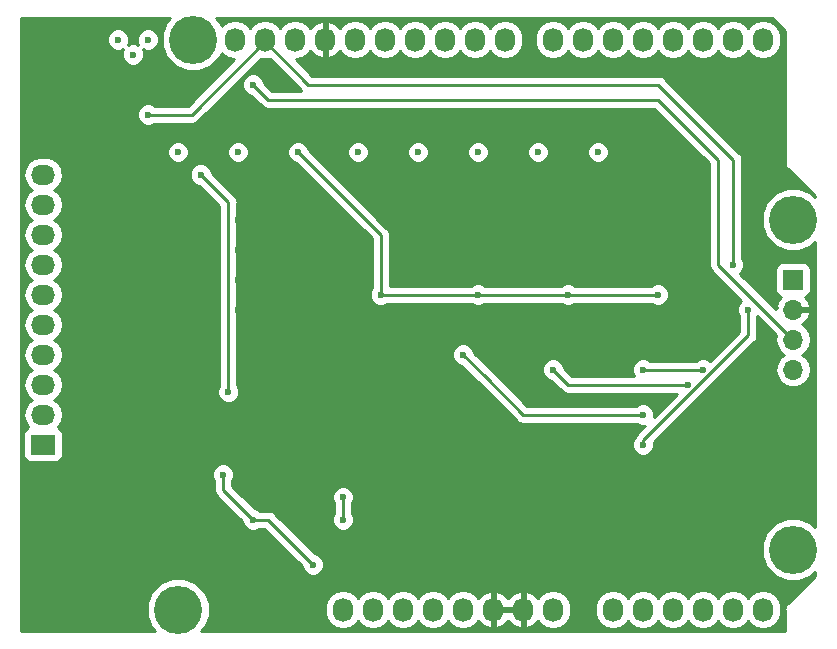
<source format=gbr>
G04 #@! TF.GenerationSoftware,KiCad,Pcbnew,5.0.2-bee76a0~70~ubuntu18.04.1*
G04 #@! TF.CreationDate,2019-04-12T14:14:33+02:00*
G04 #@! TF.ProjectId,KiCad_Shield,4b694361-645f-4536-9869-656c642e6b69,rev?*
G04 #@! TF.SameCoordinates,Original*
G04 #@! TF.FileFunction,Copper,L2,Bot*
G04 #@! TF.FilePolarity,Positive*
%FSLAX46Y46*%
G04 Gerber Fmt 4.6, Leading zero omitted, Abs format (unit mm)*
G04 Created by KiCad (PCBNEW 5.0.2-bee76a0~70~ubuntu18.04.1) date Fr 12 Apr 2019 14:14:33 CEST*
%MOMM*%
%LPD*%
G01*
G04 APERTURE LIST*
G04 #@! TA.AperFunction,ComponentPad*
%ADD10O,1.727200X2.032000*%
G04 #@! TD*
G04 #@! TA.AperFunction,ComponentPad*
%ADD11C,4.064000*%
G04 #@! TD*
G04 #@! TA.AperFunction,ComponentPad*
%ADD12R,2.032000X1.727200*%
G04 #@! TD*
G04 #@! TA.AperFunction,ComponentPad*
%ADD13O,2.032000X1.727200*%
G04 #@! TD*
G04 #@! TA.AperFunction,ComponentPad*
%ADD14R,1.700000X1.700000*%
G04 #@! TD*
G04 #@! TA.AperFunction,ComponentPad*
%ADD15O,1.700000X1.700000*%
G04 #@! TD*
G04 #@! TA.AperFunction,ViaPad*
%ADD16C,0.600000*%
G04 #@! TD*
G04 #@! TA.AperFunction,Conductor*
%ADD17C,0.250000*%
G04 #@! TD*
G04 #@! TA.AperFunction,Conductor*
%ADD18C,0.254000*%
G04 #@! TD*
G04 APERTURE END LIST*
D10*
G04 #@! TO.P,P1,1*
G04 #@! TO.N,Net-(P1-Pad1)*
X138938000Y-123825000D03*
G04 #@! TO.P,P1,2*
G04 #@! TO.N,/IOREF*
X141478000Y-123825000D03*
G04 #@! TO.P,P1,3*
G04 #@! TO.N,/Reset*
X144018000Y-123825000D03*
G04 #@! TO.P,P1,4*
G04 #@! TO.N,+3V3*
X146558000Y-123825000D03*
G04 #@! TO.P,P1,5*
G04 #@! TO.N,+5V*
X149098000Y-123825000D03*
G04 #@! TO.P,P1,6*
G04 #@! TO.N,GND*
X151638000Y-123825000D03*
G04 #@! TO.P,P1,7*
X154178000Y-123825000D03*
G04 #@! TO.P,P1,8*
G04 #@! TO.N,/Vin*
X156718000Y-123825000D03*
G04 #@! TD*
G04 #@! TO.P,P2,1*
G04 #@! TO.N,/A0*
X161798000Y-123825000D03*
G04 #@! TO.P,P2,2*
G04 #@! TO.N,/A1*
X164338000Y-123825000D03*
G04 #@! TO.P,P2,3*
G04 #@! TO.N,/A2*
X166878000Y-123825000D03*
G04 #@! TO.P,P2,4*
G04 #@! TO.N,/A3*
X169418000Y-123825000D03*
G04 #@! TO.P,P2,5*
G04 #@! TO.N,/A4(SDA2)*
X171958000Y-123825000D03*
G04 #@! TO.P,P2,6*
G04 #@! TO.N,/A5(SCL2)*
X174498000Y-123825000D03*
G04 #@! TD*
G04 #@! TO.P,P3,1*
G04 #@! TO.N,/A5(SCL)*
X129794000Y-75565000D03*
G04 #@! TO.P,P3,2*
G04 #@! TO.N,/A4(SDA)*
X132334000Y-75565000D03*
G04 #@! TO.P,P3,3*
G04 #@! TO.N,/AREF*
X134874000Y-75565000D03*
G04 #@! TO.P,P3,4*
G04 #@! TO.N,GND*
X137414000Y-75565000D03*
G04 #@! TO.P,P3,5*
G04 #@! TO.N,/13(SCK)*
X139954000Y-75565000D03*
G04 #@! TO.P,P3,6*
G04 #@! TO.N,/12(MISO)*
X142494000Y-75565000D03*
G04 #@! TO.P,P3,7*
G04 #@! TO.N,/11(\002A\002A/MOSI)*
X145034000Y-75565000D03*
G04 #@! TO.P,P3,8*
G04 #@! TO.N,/10(\002A\002A/SS)*
X147574000Y-75565000D03*
G04 #@! TO.P,P3,9*
G04 #@! TO.N,/9(\002A\002A)*
X150114000Y-75565000D03*
G04 #@! TO.P,P3,10*
G04 #@! TO.N,/8*
X152654000Y-75565000D03*
G04 #@! TD*
G04 #@! TO.P,P4,1*
G04 #@! TO.N,/7*
X156718000Y-75565000D03*
G04 #@! TO.P,P4,2*
G04 #@! TO.N,/6(\002A\002A)*
X159258000Y-75565000D03*
G04 #@! TO.P,P4,3*
G04 #@! TO.N,/5(\002A\002A)*
X161798000Y-75565000D03*
G04 #@! TO.P,P4,4*
G04 #@! TO.N,/4*
X164338000Y-75565000D03*
G04 #@! TO.P,P4,5*
G04 #@! TO.N,/3(\002A\002A)*
X166878000Y-75565000D03*
G04 #@! TO.P,P4,6*
G04 #@! TO.N,/2*
X169418000Y-75565000D03*
G04 #@! TO.P,P4,7*
G04 #@! TO.N,/1(Tx)*
X171958000Y-75565000D03*
G04 #@! TO.P,P4,8*
G04 #@! TO.N,/0(Rx)*
X174498000Y-75565000D03*
G04 #@! TD*
D11*
G04 #@! TO.P,P5,1*
G04 #@! TO.N,Net-(P5-Pad1)*
X124968000Y-123825000D03*
G04 #@! TD*
G04 #@! TO.P,P6,1*
G04 #@! TO.N,Net-(P6-Pad1)*
X177038000Y-118745000D03*
G04 #@! TD*
G04 #@! TO.P,P7,1*
G04 #@! TO.N,Net-(P7-Pad1)*
X126238000Y-75565000D03*
G04 #@! TD*
G04 #@! TO.P,P8,1*
G04 #@! TO.N,Net-(P8-Pad1)*
X177038000Y-90805000D03*
G04 #@! TD*
D12*
G04 #@! TO.P,P9,1*
G04 #@! TO.N,Net-(P9-Pad1)*
X113538000Y-109855000D03*
D13*
G04 #@! TO.P,P9,2*
G04 #@! TO.N,Net-(P9-Pad2)*
X113538000Y-107315000D03*
G04 #@! TO.P,P9,3*
G04 #@! TO.N,Net-(P9-Pad3)*
X113538000Y-104775000D03*
G04 #@! TO.P,P9,4*
G04 #@! TO.N,Net-(P9-Pad4)*
X113538000Y-102235000D03*
G04 #@! TO.P,P9,5*
G04 #@! TO.N,Net-(P9-Pad5)*
X113538000Y-99695000D03*
G04 #@! TO.P,P9,6*
G04 #@! TO.N,Net-(P9-Pad6)*
X113538000Y-97155000D03*
G04 #@! TO.P,P9,7*
G04 #@! TO.N,Net-(P9-Pad7)*
X113538000Y-94615000D03*
G04 #@! TO.P,P9,8*
G04 #@! TO.N,Net-(P9-Pad8)*
X113538000Y-92075000D03*
G04 #@! TO.P,P9,9*
G04 #@! TO.N,Net-(P9-Pad9)*
X113538000Y-89535000D03*
G04 #@! TO.P,P9,10*
G04 #@! TO.N,Net-(P9-Pad10)*
X113538000Y-86995000D03*
G04 #@! TD*
D14*
G04 #@! TO.P,J1,1*
G04 #@! TO.N,+3V3*
X177038000Y-95885000D03*
D15*
G04 #@! TO.P,J1,2*
G04 #@! TO.N,GND*
X177038000Y-98425000D03*
G04 #@! TO.P,J1,3*
G04 #@! TO.N,/A5(SCL)*
X177038000Y-100965000D03*
G04 #@! TO.P,J1,4*
G04 #@! TO.N,/A4(SDA)*
X177038000Y-103505000D03*
G04 #@! TD*
D16*
G04 #@! TO.N,+5V*
X135128000Y-85090000D03*
X165608000Y-97155000D03*
X160528000Y-85090000D03*
X155448000Y-85090000D03*
X150368000Y-85090000D03*
X145288000Y-85090000D03*
X140208000Y-85090000D03*
X130048000Y-85090000D03*
X124968000Y-85090000D03*
X142113000Y-97155000D03*
X157988000Y-97155000D03*
X150368000Y-97155000D03*
X122428000Y-75565000D03*
X121158000Y-76835000D03*
X119888000Y-75565000D03*
G04 #@! TO.N,GND*
X163068000Y-85090000D03*
X157988000Y-85090000D03*
X152908000Y-85090000D03*
X147828000Y-85090000D03*
X142748000Y-85090000D03*
X137668000Y-85090000D03*
X132588000Y-85090000D03*
X127508000Y-85090000D03*
X126873000Y-89535000D03*
X150368000Y-99695000D03*
X142113000Y-99695000D03*
X114808000Y-75565000D03*
X114808000Y-83185000D03*
X168148000Y-116205000D03*
X170688000Y-116205000D03*
X173228000Y-116205000D03*
X175768000Y-116205000D03*
X130048000Y-98425000D03*
X130048000Y-95885000D03*
X130048000Y-93345000D03*
X130048000Y-90805000D03*
X136398000Y-109855000D03*
X130048000Y-107315000D03*
X133858000Y-111125000D03*
X126873000Y-108585000D03*
X142113000Y-106045000D03*
X148463000Y-108585000D03*
G04 #@! TO.N,/A4(SDA)*
X122428000Y-81915000D03*
X171958000Y-94615000D03*
G04 #@! TO.N,/A5(SCL)*
X131318000Y-79375000D03*
G04 #@! TO.N,/3(\002A\002A)*
X164338000Y-107315000D03*
X149098000Y-102235000D03*
G04 #@! TO.N,/2*
X168148000Y-104775000D03*
X156718000Y-103505000D03*
G04 #@! TO.N,/1(Tx)*
X169418000Y-103505000D03*
X164338000Y-103505000D03*
G04 #@! TO.N,+3V3*
X173228000Y-98425000D03*
X164338000Y-109855000D03*
G04 #@! TO.N,/24V*
X126873000Y-86995000D03*
X129228010Y-105400000D03*
X131318000Y-116205000D03*
X128778000Y-112395000D03*
X136398000Y-120015000D03*
G04 #@! TO.N,Net-(R12-Pad2)*
X138938000Y-116205000D03*
X138938000Y-114300000D03*
G04 #@! TD*
D17*
G04 #@! TO.N,+5V*
X142113000Y-97155000D02*
X142113000Y-92075000D01*
X142113000Y-92075000D02*
X135128000Y-85090000D01*
X157988000Y-97155000D02*
X165608000Y-97155000D01*
X157988000Y-97155000D02*
X150368000Y-97155000D01*
X150368000Y-97155000D02*
X142113000Y-97155000D01*
G04 #@! TO.N,/A4(SDA)*
X126136400Y-81915000D02*
X132334000Y-75717400D01*
X122428000Y-81915000D02*
X126136400Y-81915000D01*
X132334000Y-75717400D02*
X132334000Y-75565000D01*
X135991600Y-79375000D02*
X132334000Y-75717400D01*
X159258000Y-79375000D02*
X135991600Y-79375000D01*
X159428000Y-79375000D02*
X159258000Y-79375000D01*
X159258000Y-79375000D02*
X165608000Y-79375000D01*
X171958000Y-85725000D02*
X171958000Y-92075000D01*
X165608000Y-79375000D02*
X171958000Y-85725000D01*
X171958000Y-92075000D02*
X171958000Y-94615000D01*
G04 #@! TO.N,/A5(SCL)*
X170688000Y-85725000D02*
X170688000Y-94615000D01*
X165608000Y-80645000D02*
X170688000Y-85725000D01*
X170688000Y-94615000D02*
X177038000Y-100965000D01*
X131318000Y-79375000D02*
X132588000Y-80645000D01*
X132588000Y-80645000D02*
X165608000Y-80645000D01*
G04 #@! TO.N,/3(\002A\002A)*
X151012999Y-104149999D02*
X149098000Y-102235000D01*
X164338000Y-107315000D02*
X154178000Y-107315000D01*
X154178000Y-107315000D02*
X151012999Y-104149999D01*
G04 #@! TO.N,/2*
X157988000Y-104775000D02*
X156718000Y-103505000D01*
X168148000Y-104775000D02*
X157988000Y-104775000D01*
G04 #@! TO.N,/1(Tx)*
X169418000Y-103505000D02*
X164338000Y-103505000D01*
G04 #@! TO.N,+3V3*
X146558000Y-123825000D02*
X146558000Y-123672600D01*
X173228000Y-100620002D02*
X164338000Y-109510002D01*
X173228000Y-98425000D02*
X173228000Y-100620002D01*
X164338000Y-109510002D02*
X164338000Y-109855000D01*
G04 #@! TO.N,/24V*
X129228010Y-89350010D02*
X126873000Y-86995000D01*
X129228010Y-105400000D02*
X129228010Y-89350010D01*
X131318000Y-116205000D02*
X128778000Y-113665000D01*
X128778000Y-113665000D02*
X128778000Y-112395000D01*
X132588000Y-116205000D02*
X131318000Y-116205000D01*
X136398000Y-120015000D02*
X132588000Y-116205000D01*
G04 #@! TO.N,Net-(R12-Pad2)*
X138938000Y-116205000D02*
X138938000Y-114300000D01*
G04 #@! TD*
D18*
G04 #@! TO.N,GND*
G36*
X123977026Y-74054266D02*
X123571000Y-75034501D01*
X123571000Y-76095499D01*
X123977026Y-77075734D01*
X124727266Y-77825974D01*
X125707501Y-78232000D01*
X126768499Y-78232000D01*
X127748734Y-77825974D01*
X128498974Y-77075734D01*
X128652156Y-76705918D01*
X128713570Y-76797830D01*
X129209276Y-77129050D01*
X129741652Y-77234946D01*
X125821599Y-81155000D01*
X122990290Y-81155000D01*
X122957635Y-81122345D01*
X122613983Y-80980000D01*
X122242017Y-80980000D01*
X121898365Y-81122345D01*
X121635345Y-81385365D01*
X121493000Y-81729017D01*
X121493000Y-82100983D01*
X121635345Y-82444635D01*
X121898365Y-82707655D01*
X122242017Y-82850000D01*
X122613983Y-82850000D01*
X122957635Y-82707655D01*
X122990290Y-82675000D01*
X126061553Y-82675000D01*
X126136400Y-82689888D01*
X126211247Y-82675000D01*
X126211252Y-82675000D01*
X126432937Y-82630904D01*
X126684329Y-82462929D01*
X126726731Y-82399470D01*
X131956027Y-77170175D01*
X132334000Y-77245359D01*
X132711974Y-77170175D01*
X135401270Y-79859472D01*
X135418328Y-79885000D01*
X132902802Y-79885000D01*
X132253000Y-79235199D01*
X132253000Y-79189017D01*
X132110655Y-78845365D01*
X131847635Y-78582345D01*
X131503983Y-78440000D01*
X131132017Y-78440000D01*
X130788365Y-78582345D01*
X130525345Y-78845365D01*
X130383000Y-79189017D01*
X130383000Y-79560983D01*
X130525345Y-79904635D01*
X130788365Y-80167655D01*
X131132017Y-80310000D01*
X131178199Y-80310000D01*
X131997670Y-81129472D01*
X132040071Y-81192929D01*
X132291463Y-81360904D01*
X132513148Y-81405000D01*
X132513152Y-81405000D01*
X132587999Y-81419888D01*
X132662846Y-81405000D01*
X165293199Y-81405000D01*
X169928000Y-86039802D01*
X169928001Y-94540148D01*
X169913112Y-94615000D01*
X169928001Y-94689852D01*
X169972097Y-94911537D01*
X170140072Y-95162929D01*
X170203528Y-95205329D01*
X172664454Y-97666256D01*
X172435345Y-97895365D01*
X172293000Y-98239017D01*
X172293000Y-98610983D01*
X172435345Y-98954635D01*
X172468000Y-98987290D01*
X172468001Y-100305199D01*
X170004245Y-102768955D01*
X169947635Y-102712345D01*
X169603983Y-102570000D01*
X169232017Y-102570000D01*
X168888365Y-102712345D01*
X168855710Y-102745000D01*
X164900290Y-102745000D01*
X164867635Y-102712345D01*
X164523983Y-102570000D01*
X164152017Y-102570000D01*
X163808365Y-102712345D01*
X163545345Y-102975365D01*
X163403000Y-103319017D01*
X163403000Y-103690983D01*
X163537212Y-104015000D01*
X158302802Y-104015000D01*
X157653000Y-103365199D01*
X157653000Y-103319017D01*
X157510655Y-102975365D01*
X157247635Y-102712345D01*
X156903983Y-102570000D01*
X156532017Y-102570000D01*
X156188365Y-102712345D01*
X155925345Y-102975365D01*
X155783000Y-103319017D01*
X155783000Y-103690983D01*
X155925345Y-104034635D01*
X156188365Y-104297655D01*
X156532017Y-104440000D01*
X156578199Y-104440000D01*
X157397671Y-105259473D01*
X157440071Y-105322929D01*
X157691463Y-105490904D01*
X157913148Y-105535000D01*
X157913152Y-105535000D01*
X157987999Y-105549888D01*
X158062846Y-105535000D01*
X167238201Y-105535000D01*
X165273000Y-107500201D01*
X165273000Y-107129017D01*
X165130655Y-106785365D01*
X164867635Y-106522345D01*
X164523983Y-106380000D01*
X164152017Y-106380000D01*
X163808365Y-106522345D01*
X163775710Y-106555000D01*
X154492803Y-106555000D01*
X151603330Y-103665529D01*
X151603328Y-103665526D01*
X150033000Y-102095199D01*
X150033000Y-102049017D01*
X149890655Y-101705365D01*
X149627635Y-101442345D01*
X149283983Y-101300000D01*
X148912017Y-101300000D01*
X148568365Y-101442345D01*
X148305345Y-101705365D01*
X148163000Y-102049017D01*
X148163000Y-102420983D01*
X148305345Y-102764635D01*
X148568365Y-103027655D01*
X148912017Y-103170000D01*
X148958199Y-103170000D01*
X150528526Y-104740328D01*
X150528529Y-104740330D01*
X153587673Y-107799476D01*
X153630071Y-107862929D01*
X153693524Y-107905327D01*
X153693526Y-107905329D01*
X153818902Y-107989102D01*
X153881463Y-108030904D01*
X154103148Y-108075000D01*
X154103152Y-108075000D01*
X154177999Y-108089888D01*
X154252846Y-108075000D01*
X163775710Y-108075000D01*
X163808365Y-108107655D01*
X164152017Y-108250000D01*
X164523201Y-108250000D01*
X163853530Y-108919671D01*
X163790071Y-108962073D01*
X163622096Y-109213466D01*
X163613369Y-109257341D01*
X163545345Y-109325365D01*
X163403000Y-109669017D01*
X163403000Y-110040983D01*
X163545345Y-110384635D01*
X163808365Y-110647655D01*
X164152017Y-110790000D01*
X164523983Y-110790000D01*
X164867635Y-110647655D01*
X165130655Y-110384635D01*
X165273000Y-110040983D01*
X165273000Y-109669017D01*
X165267372Y-109655431D01*
X173712473Y-101210331D01*
X173775929Y-101167931D01*
X173943904Y-100916539D01*
X173988000Y-100694854D01*
X173988000Y-100694850D01*
X174002888Y-100620002D01*
X173988000Y-100545154D01*
X173988000Y-98989802D01*
X175596791Y-100598593D01*
X175523908Y-100965000D01*
X175639161Y-101544418D01*
X175967375Y-102035625D01*
X176265761Y-102235000D01*
X175967375Y-102434375D01*
X175639161Y-102925582D01*
X175523908Y-103505000D01*
X175639161Y-104084418D01*
X175967375Y-104575625D01*
X176458582Y-104903839D01*
X176891744Y-104990000D01*
X177184256Y-104990000D01*
X177617418Y-104903839D01*
X178108625Y-104575625D01*
X178436839Y-104084418D01*
X178552092Y-103505000D01*
X178436839Y-102925582D01*
X178108625Y-102434375D01*
X177810239Y-102235000D01*
X178108625Y-102035625D01*
X178436839Y-101544418D01*
X178552092Y-100965000D01*
X178436839Y-100385582D01*
X178108625Y-99894375D01*
X177789522Y-99681157D01*
X177919358Y-99620183D01*
X178309645Y-99191924D01*
X178479476Y-98781890D01*
X178358155Y-98552000D01*
X177165000Y-98552000D01*
X177165000Y-98572000D01*
X176911000Y-98572000D01*
X176911000Y-98552000D01*
X176891000Y-98552000D01*
X176891000Y-98298000D01*
X176911000Y-98298000D01*
X176911000Y-98278000D01*
X177165000Y-98278000D01*
X177165000Y-98298000D01*
X178358155Y-98298000D01*
X178479476Y-98068110D01*
X178309645Y-97658076D01*
X178032292Y-97353739D01*
X178135765Y-97333157D01*
X178345809Y-97192809D01*
X178486157Y-96982765D01*
X178535440Y-96735000D01*
X178535440Y-95035000D01*
X178486157Y-94787235D01*
X178345809Y-94577191D01*
X178135765Y-94436843D01*
X177888000Y-94387560D01*
X176188000Y-94387560D01*
X175940235Y-94436843D01*
X175730191Y-94577191D01*
X175589843Y-94787235D01*
X175540560Y-95035000D01*
X175540560Y-96735000D01*
X175589843Y-96982765D01*
X175730191Y-97192809D01*
X175940235Y-97333157D01*
X176043708Y-97353739D01*
X175766355Y-97658076D01*
X175596524Y-98068110D01*
X175717844Y-98297998D01*
X175553000Y-98297998D01*
X175553000Y-98405198D01*
X172521546Y-95373744D01*
X172750655Y-95144635D01*
X172893000Y-94800983D01*
X172893000Y-94429017D01*
X172750655Y-94085365D01*
X172718000Y-94052710D01*
X172718000Y-85799846D01*
X172732888Y-85724999D01*
X172718000Y-85650152D01*
X172718000Y-85650148D01*
X172673904Y-85428463D01*
X172505929Y-85177071D01*
X172442473Y-85134671D01*
X166198331Y-78890530D01*
X166155929Y-78827071D01*
X165904537Y-78659096D01*
X165682852Y-78615000D01*
X165682847Y-78615000D01*
X165608000Y-78600112D01*
X165533153Y-78615000D01*
X136306402Y-78615000D01*
X134926348Y-77234946D01*
X135458725Y-77129050D01*
X135954430Y-76797830D01*
X136147909Y-76508267D01*
X136511964Y-76915732D01*
X137039209Y-77169709D01*
X137054974Y-77172358D01*
X137287000Y-77051217D01*
X137287000Y-75692000D01*
X137267000Y-75692000D01*
X137267000Y-75438000D01*
X137287000Y-75438000D01*
X137287000Y-74078783D01*
X137541000Y-74078783D01*
X137541000Y-75438000D01*
X137561000Y-75438000D01*
X137561000Y-75692000D01*
X137541000Y-75692000D01*
X137541000Y-77051217D01*
X137773026Y-77172358D01*
X137788791Y-77169709D01*
X138316036Y-76915732D01*
X138680090Y-76508268D01*
X138873570Y-76797830D01*
X139369276Y-77129050D01*
X139954000Y-77245359D01*
X140538725Y-77129050D01*
X141034430Y-76797830D01*
X141224000Y-76514119D01*
X141413570Y-76797830D01*
X141909276Y-77129050D01*
X142494000Y-77245359D01*
X143078725Y-77129050D01*
X143574430Y-76797830D01*
X143764000Y-76514119D01*
X143953570Y-76797830D01*
X144449276Y-77129050D01*
X145034000Y-77245359D01*
X145618725Y-77129050D01*
X146114430Y-76797830D01*
X146304000Y-76514119D01*
X146493570Y-76797830D01*
X146989276Y-77129050D01*
X147574000Y-77245359D01*
X148158725Y-77129050D01*
X148654430Y-76797830D01*
X148844000Y-76514119D01*
X149033570Y-76797830D01*
X149529276Y-77129050D01*
X150114000Y-77245359D01*
X150698725Y-77129050D01*
X151194430Y-76797830D01*
X151384000Y-76514119D01*
X151573570Y-76797830D01*
X152069276Y-77129050D01*
X152654000Y-77245359D01*
X153238725Y-77129050D01*
X153734430Y-76797830D01*
X154065650Y-76302124D01*
X154152600Y-75864997D01*
X154152600Y-75265003D01*
X155219400Y-75265003D01*
X155219400Y-75864998D01*
X155306350Y-76302125D01*
X155637570Y-76797830D01*
X156133276Y-77129050D01*
X156718000Y-77245359D01*
X157302725Y-77129050D01*
X157798430Y-76797830D01*
X157988000Y-76514119D01*
X158177570Y-76797830D01*
X158673276Y-77129050D01*
X159258000Y-77245359D01*
X159842725Y-77129050D01*
X160338430Y-76797830D01*
X160528000Y-76514119D01*
X160717570Y-76797830D01*
X161213276Y-77129050D01*
X161798000Y-77245359D01*
X162382725Y-77129050D01*
X162878430Y-76797830D01*
X163068000Y-76514119D01*
X163257570Y-76797830D01*
X163753276Y-77129050D01*
X164338000Y-77245359D01*
X164922725Y-77129050D01*
X165418430Y-76797830D01*
X165608000Y-76514119D01*
X165797570Y-76797830D01*
X166293276Y-77129050D01*
X166878000Y-77245359D01*
X167462725Y-77129050D01*
X167958430Y-76797830D01*
X168148000Y-76514119D01*
X168337570Y-76797830D01*
X168833276Y-77129050D01*
X169418000Y-77245359D01*
X170002725Y-77129050D01*
X170498430Y-76797830D01*
X170688000Y-76514119D01*
X170877570Y-76797830D01*
X171373276Y-77129050D01*
X171958000Y-77245359D01*
X172542725Y-77129050D01*
X173038430Y-76797830D01*
X173228000Y-76514119D01*
X173417570Y-76797830D01*
X173913276Y-77129050D01*
X174498000Y-77245359D01*
X175082725Y-77129050D01*
X175578430Y-76797830D01*
X175909650Y-76302124D01*
X175996600Y-75864997D01*
X175996600Y-75265002D01*
X175909650Y-74827875D01*
X175578430Y-74332170D01*
X175082724Y-74000950D01*
X174498000Y-73884641D01*
X173913275Y-74000950D01*
X173417570Y-74332170D01*
X173228000Y-74615881D01*
X173038430Y-74332170D01*
X172542724Y-74000950D01*
X171958000Y-73884641D01*
X171373275Y-74000950D01*
X170877570Y-74332170D01*
X170688000Y-74615881D01*
X170498430Y-74332170D01*
X170002724Y-74000950D01*
X169418000Y-73884641D01*
X168833275Y-74000950D01*
X168337570Y-74332170D01*
X168148000Y-74615881D01*
X167958430Y-74332170D01*
X167462724Y-74000950D01*
X166878000Y-73884641D01*
X166293275Y-74000950D01*
X165797570Y-74332170D01*
X165608000Y-74615881D01*
X165418430Y-74332170D01*
X164922724Y-74000950D01*
X164338000Y-73884641D01*
X163753275Y-74000950D01*
X163257570Y-74332170D01*
X163068000Y-74615881D01*
X162878430Y-74332170D01*
X162382724Y-74000950D01*
X161798000Y-73884641D01*
X161213275Y-74000950D01*
X160717570Y-74332170D01*
X160528000Y-74615881D01*
X160338430Y-74332170D01*
X159842724Y-74000950D01*
X159258000Y-73884641D01*
X158673275Y-74000950D01*
X158177570Y-74332170D01*
X157988000Y-74615881D01*
X157798430Y-74332170D01*
X157302724Y-74000950D01*
X156718000Y-73884641D01*
X156133275Y-74000950D01*
X155637570Y-74332170D01*
X155306350Y-74827876D01*
X155219400Y-75265003D01*
X154152600Y-75265003D01*
X154152600Y-75265002D01*
X154065650Y-74827875D01*
X153734430Y-74332170D01*
X153238724Y-74000950D01*
X152654000Y-73884641D01*
X152069275Y-74000950D01*
X151573570Y-74332170D01*
X151384000Y-74615881D01*
X151194430Y-74332170D01*
X150698724Y-74000950D01*
X150114000Y-73884641D01*
X149529275Y-74000950D01*
X149033570Y-74332170D01*
X148844000Y-74615881D01*
X148654430Y-74332170D01*
X148158724Y-74000950D01*
X147574000Y-73884641D01*
X146989275Y-74000950D01*
X146493570Y-74332170D01*
X146304000Y-74615881D01*
X146114430Y-74332170D01*
X145618724Y-74000950D01*
X145034000Y-73884641D01*
X144449275Y-74000950D01*
X143953570Y-74332170D01*
X143764000Y-74615881D01*
X143574430Y-74332170D01*
X143078724Y-74000950D01*
X142494000Y-73884641D01*
X141909275Y-74000950D01*
X141413570Y-74332170D01*
X141224000Y-74615881D01*
X141034430Y-74332170D01*
X140538724Y-74000950D01*
X139954000Y-73884641D01*
X139369275Y-74000950D01*
X138873570Y-74332170D01*
X138680091Y-74621733D01*
X138316036Y-74214268D01*
X137788791Y-73960291D01*
X137773026Y-73957642D01*
X137541000Y-74078783D01*
X137287000Y-74078783D01*
X137054974Y-73957642D01*
X137039209Y-73960291D01*
X136511964Y-74214268D01*
X136147910Y-74621732D01*
X135954430Y-74332170D01*
X135458724Y-74000950D01*
X134874000Y-73884641D01*
X134289275Y-74000950D01*
X133793570Y-74332170D01*
X133604000Y-74615881D01*
X133414430Y-74332170D01*
X132918724Y-74000950D01*
X132334000Y-73884641D01*
X131749275Y-74000950D01*
X131253570Y-74332170D01*
X131064000Y-74615881D01*
X130874430Y-74332170D01*
X130378724Y-74000950D01*
X129794000Y-73884641D01*
X129209275Y-74000950D01*
X128713570Y-74332170D01*
X128652156Y-74424082D01*
X128498974Y-74054266D01*
X128179708Y-73735000D01*
X175219910Y-73735000D01*
X176328001Y-74843092D01*
X176328000Y-85909076D01*
X176314091Y-85979000D01*
X176328000Y-86048924D01*
X176328000Y-86048925D01*
X176369195Y-86256027D01*
X176526119Y-86490880D01*
X176585402Y-86530492D01*
X178868001Y-88813092D01*
X178868001Y-88863293D01*
X178548734Y-88544026D01*
X177568499Y-88138000D01*
X176507501Y-88138000D01*
X175527266Y-88544026D01*
X174777026Y-89294266D01*
X174371000Y-90274501D01*
X174371000Y-91335499D01*
X174777026Y-92315734D01*
X175527266Y-93065974D01*
X176507501Y-93472000D01*
X177568499Y-93472000D01*
X178548734Y-93065974D01*
X178868001Y-92746707D01*
X178868000Y-116803292D01*
X178548734Y-116484026D01*
X177568499Y-116078000D01*
X176507501Y-116078000D01*
X175527266Y-116484026D01*
X174777026Y-117234266D01*
X174371000Y-118214501D01*
X174371000Y-119275499D01*
X174777026Y-120255734D01*
X175527266Y-121005974D01*
X176507501Y-121412000D01*
X177568499Y-121412000D01*
X178548734Y-121005974D01*
X178868000Y-120686708D01*
X178868000Y-120990909D01*
X176585402Y-123273508D01*
X176526120Y-123313119D01*
X176384544Y-123525002D01*
X176369196Y-123547972D01*
X176314091Y-123825000D01*
X176328001Y-123894929D01*
X176328000Y-125655000D01*
X126909708Y-125655000D01*
X127228974Y-125335734D01*
X127635000Y-124355499D01*
X127635000Y-123525003D01*
X137439400Y-123525003D01*
X137439400Y-124124998D01*
X137526350Y-124562125D01*
X137857570Y-125057830D01*
X138353276Y-125389050D01*
X138938000Y-125505359D01*
X139522725Y-125389050D01*
X140018430Y-125057830D01*
X140208000Y-124774119D01*
X140397570Y-125057830D01*
X140893276Y-125389050D01*
X141478000Y-125505359D01*
X142062725Y-125389050D01*
X142558430Y-125057830D01*
X142748000Y-124774119D01*
X142937570Y-125057830D01*
X143433276Y-125389050D01*
X144018000Y-125505359D01*
X144602725Y-125389050D01*
X145098430Y-125057830D01*
X145288000Y-124774119D01*
X145477570Y-125057830D01*
X145973276Y-125389050D01*
X146558000Y-125505359D01*
X147142725Y-125389050D01*
X147638430Y-125057830D01*
X147828000Y-124774119D01*
X148017570Y-125057830D01*
X148513276Y-125389050D01*
X149098000Y-125505359D01*
X149682725Y-125389050D01*
X150178430Y-125057830D01*
X150371909Y-124768267D01*
X150735964Y-125175732D01*
X151263209Y-125429709D01*
X151278974Y-125432358D01*
X151511000Y-125311217D01*
X151511000Y-123952000D01*
X151765000Y-123952000D01*
X151765000Y-125311217D01*
X151997026Y-125432358D01*
X152012791Y-125429709D01*
X152540036Y-125175732D01*
X152908000Y-124763892D01*
X153275964Y-125175732D01*
X153803209Y-125429709D01*
X153818974Y-125432358D01*
X154051000Y-125311217D01*
X154051000Y-123952000D01*
X151765000Y-123952000D01*
X151511000Y-123952000D01*
X151491000Y-123952000D01*
X151491000Y-123698000D01*
X151511000Y-123698000D01*
X151511000Y-122338783D01*
X151765000Y-122338783D01*
X151765000Y-123698000D01*
X154051000Y-123698000D01*
X154051000Y-122338783D01*
X154305000Y-122338783D01*
X154305000Y-123698000D01*
X154325000Y-123698000D01*
X154325000Y-123952000D01*
X154305000Y-123952000D01*
X154305000Y-125311217D01*
X154537026Y-125432358D01*
X154552791Y-125429709D01*
X155080036Y-125175732D01*
X155444090Y-124768268D01*
X155637570Y-125057830D01*
X156133276Y-125389050D01*
X156718000Y-125505359D01*
X157302725Y-125389050D01*
X157798430Y-125057830D01*
X158129650Y-124562124D01*
X158216600Y-124124997D01*
X158216600Y-123525003D01*
X160299400Y-123525003D01*
X160299400Y-124124998D01*
X160386350Y-124562125D01*
X160717570Y-125057830D01*
X161213276Y-125389050D01*
X161798000Y-125505359D01*
X162382725Y-125389050D01*
X162878430Y-125057830D01*
X163068000Y-124774119D01*
X163257570Y-125057830D01*
X163753276Y-125389050D01*
X164338000Y-125505359D01*
X164922725Y-125389050D01*
X165418430Y-125057830D01*
X165608000Y-124774119D01*
X165797570Y-125057830D01*
X166293276Y-125389050D01*
X166878000Y-125505359D01*
X167462725Y-125389050D01*
X167958430Y-125057830D01*
X168148000Y-124774119D01*
X168337570Y-125057830D01*
X168833276Y-125389050D01*
X169418000Y-125505359D01*
X170002725Y-125389050D01*
X170498430Y-125057830D01*
X170688000Y-124774119D01*
X170877570Y-125057830D01*
X171373276Y-125389050D01*
X171958000Y-125505359D01*
X172542725Y-125389050D01*
X173038430Y-125057830D01*
X173228000Y-124774119D01*
X173417570Y-125057830D01*
X173913276Y-125389050D01*
X174498000Y-125505359D01*
X175082725Y-125389050D01*
X175578430Y-125057830D01*
X175909650Y-124562124D01*
X175996600Y-124124997D01*
X175996600Y-123525002D01*
X175909650Y-123087875D01*
X175578430Y-122592170D01*
X175082724Y-122260950D01*
X174498000Y-122144641D01*
X173913275Y-122260950D01*
X173417570Y-122592170D01*
X173228000Y-122875881D01*
X173038430Y-122592170D01*
X172542724Y-122260950D01*
X171958000Y-122144641D01*
X171373275Y-122260950D01*
X170877570Y-122592170D01*
X170688000Y-122875881D01*
X170498430Y-122592170D01*
X170002724Y-122260950D01*
X169418000Y-122144641D01*
X168833275Y-122260950D01*
X168337570Y-122592170D01*
X168148000Y-122875881D01*
X167958430Y-122592170D01*
X167462724Y-122260950D01*
X166878000Y-122144641D01*
X166293275Y-122260950D01*
X165797570Y-122592170D01*
X165608000Y-122875881D01*
X165418430Y-122592170D01*
X164922724Y-122260950D01*
X164338000Y-122144641D01*
X163753275Y-122260950D01*
X163257570Y-122592170D01*
X163068000Y-122875881D01*
X162878430Y-122592170D01*
X162382724Y-122260950D01*
X161798000Y-122144641D01*
X161213275Y-122260950D01*
X160717570Y-122592170D01*
X160386350Y-123087876D01*
X160299400Y-123525003D01*
X158216600Y-123525003D01*
X158216600Y-123525002D01*
X158129650Y-123087875D01*
X157798430Y-122592170D01*
X157302724Y-122260950D01*
X156718000Y-122144641D01*
X156133275Y-122260950D01*
X155637570Y-122592170D01*
X155444091Y-122881733D01*
X155080036Y-122474268D01*
X154552791Y-122220291D01*
X154537026Y-122217642D01*
X154305000Y-122338783D01*
X154051000Y-122338783D01*
X153818974Y-122217642D01*
X153803209Y-122220291D01*
X153275964Y-122474268D01*
X152908000Y-122886108D01*
X152540036Y-122474268D01*
X152012791Y-122220291D01*
X151997026Y-122217642D01*
X151765000Y-122338783D01*
X151511000Y-122338783D01*
X151278974Y-122217642D01*
X151263209Y-122220291D01*
X150735964Y-122474268D01*
X150371910Y-122881732D01*
X150178430Y-122592170D01*
X149682724Y-122260950D01*
X149098000Y-122144641D01*
X148513275Y-122260950D01*
X148017570Y-122592170D01*
X147828000Y-122875881D01*
X147638430Y-122592170D01*
X147142724Y-122260950D01*
X146558000Y-122144641D01*
X145973275Y-122260950D01*
X145477570Y-122592170D01*
X145288000Y-122875881D01*
X145098430Y-122592170D01*
X144602724Y-122260950D01*
X144018000Y-122144641D01*
X143433275Y-122260950D01*
X142937570Y-122592170D01*
X142748000Y-122875881D01*
X142558430Y-122592170D01*
X142062724Y-122260950D01*
X141478000Y-122144641D01*
X140893275Y-122260950D01*
X140397570Y-122592170D01*
X140208000Y-122875881D01*
X140018430Y-122592170D01*
X139522724Y-122260950D01*
X138938000Y-122144641D01*
X138353275Y-122260950D01*
X137857570Y-122592170D01*
X137526350Y-123087876D01*
X137439400Y-123525003D01*
X127635000Y-123525003D01*
X127635000Y-123294501D01*
X127228974Y-122314266D01*
X126478734Y-121564026D01*
X125498499Y-121158000D01*
X124437501Y-121158000D01*
X123457266Y-121564026D01*
X122707026Y-122314266D01*
X122301000Y-123294501D01*
X122301000Y-124355499D01*
X122707026Y-125335734D01*
X123026292Y-125655000D01*
X111708000Y-125655000D01*
X111708000Y-112209017D01*
X127843000Y-112209017D01*
X127843000Y-112580983D01*
X127985345Y-112924635D01*
X128018001Y-112957291D01*
X128018000Y-113590153D01*
X128003112Y-113665000D01*
X128018000Y-113739847D01*
X128018000Y-113739851D01*
X128062096Y-113961536D01*
X128230071Y-114212929D01*
X128293530Y-114255331D01*
X130383000Y-116344803D01*
X130383000Y-116390983D01*
X130525345Y-116734635D01*
X130788365Y-116997655D01*
X131132017Y-117140000D01*
X131503983Y-117140000D01*
X131847635Y-116997655D01*
X131880290Y-116965000D01*
X132273199Y-116965000D01*
X135463000Y-120154802D01*
X135463000Y-120200983D01*
X135605345Y-120544635D01*
X135868365Y-120807655D01*
X136212017Y-120950000D01*
X136583983Y-120950000D01*
X136927635Y-120807655D01*
X137190655Y-120544635D01*
X137333000Y-120200983D01*
X137333000Y-119829017D01*
X137190655Y-119485365D01*
X136927635Y-119222345D01*
X136583983Y-119080000D01*
X136537802Y-119080000D01*
X133178331Y-115720530D01*
X133135929Y-115657071D01*
X132884537Y-115489096D01*
X132662852Y-115445000D01*
X132662847Y-115445000D01*
X132588000Y-115430112D01*
X132513153Y-115445000D01*
X131880290Y-115445000D01*
X131847635Y-115412345D01*
X131503983Y-115270000D01*
X131457803Y-115270000D01*
X130301819Y-114114017D01*
X138003000Y-114114017D01*
X138003000Y-114485983D01*
X138145345Y-114829635D01*
X138178001Y-114862291D01*
X138178000Y-115642710D01*
X138145345Y-115675365D01*
X138003000Y-116019017D01*
X138003000Y-116390983D01*
X138145345Y-116734635D01*
X138408365Y-116997655D01*
X138752017Y-117140000D01*
X139123983Y-117140000D01*
X139467635Y-116997655D01*
X139730655Y-116734635D01*
X139873000Y-116390983D01*
X139873000Y-116019017D01*
X139730655Y-115675365D01*
X139698000Y-115642710D01*
X139698000Y-114862290D01*
X139730655Y-114829635D01*
X139873000Y-114485983D01*
X139873000Y-114114017D01*
X139730655Y-113770365D01*
X139467635Y-113507345D01*
X139123983Y-113365000D01*
X138752017Y-113365000D01*
X138408365Y-113507345D01*
X138145345Y-113770365D01*
X138003000Y-114114017D01*
X130301819Y-114114017D01*
X129538000Y-113350199D01*
X129538000Y-112957290D01*
X129570655Y-112924635D01*
X129713000Y-112580983D01*
X129713000Y-112209017D01*
X129570655Y-111865365D01*
X129307635Y-111602345D01*
X128963983Y-111460000D01*
X128592017Y-111460000D01*
X128248365Y-111602345D01*
X127985345Y-111865365D01*
X127843000Y-112209017D01*
X111708000Y-112209017D01*
X111708000Y-86995000D01*
X111857641Y-86995000D01*
X111973950Y-87579725D01*
X112305170Y-88075430D01*
X112588881Y-88265000D01*
X112305170Y-88454570D01*
X111973950Y-88950275D01*
X111857641Y-89535000D01*
X111973950Y-90119725D01*
X112305170Y-90615430D01*
X112588881Y-90805000D01*
X112305170Y-90994570D01*
X111973950Y-91490275D01*
X111857641Y-92075000D01*
X111973950Y-92659725D01*
X112305170Y-93155430D01*
X112588881Y-93345000D01*
X112305170Y-93534570D01*
X111973950Y-94030275D01*
X111857641Y-94615000D01*
X111973950Y-95199725D01*
X112305170Y-95695430D01*
X112588881Y-95885000D01*
X112305170Y-96074570D01*
X111973950Y-96570275D01*
X111857641Y-97155000D01*
X111973950Y-97739725D01*
X112305170Y-98235430D01*
X112588881Y-98425000D01*
X112305170Y-98614570D01*
X111973950Y-99110275D01*
X111857641Y-99695000D01*
X111973950Y-100279725D01*
X112305170Y-100775430D01*
X112588881Y-100965000D01*
X112305170Y-101154570D01*
X111973950Y-101650275D01*
X111857641Y-102235000D01*
X111973950Y-102819725D01*
X112305170Y-103315430D01*
X112588881Y-103505000D01*
X112305170Y-103694570D01*
X111973950Y-104190275D01*
X111857641Y-104775000D01*
X111973950Y-105359725D01*
X112305170Y-105855430D01*
X112588881Y-106045000D01*
X112305170Y-106234570D01*
X111973950Y-106730275D01*
X111857641Y-107315000D01*
X111973950Y-107899725D01*
X112300251Y-108388068D01*
X112274235Y-108393243D01*
X112064191Y-108533591D01*
X111923843Y-108743635D01*
X111874560Y-108991400D01*
X111874560Y-110718600D01*
X111923843Y-110966365D01*
X112064191Y-111176409D01*
X112274235Y-111316757D01*
X112522000Y-111366040D01*
X114554000Y-111366040D01*
X114801765Y-111316757D01*
X115011809Y-111176409D01*
X115152157Y-110966365D01*
X115201440Y-110718600D01*
X115201440Y-108991400D01*
X115152157Y-108743635D01*
X115011809Y-108533591D01*
X114801765Y-108393243D01*
X114775749Y-108388068D01*
X115102050Y-107899725D01*
X115218359Y-107315000D01*
X115102050Y-106730275D01*
X114770830Y-106234570D01*
X114487119Y-106045000D01*
X114770830Y-105855430D01*
X115102050Y-105359725D01*
X115218359Y-104775000D01*
X115102050Y-104190275D01*
X114770830Y-103694570D01*
X114487119Y-103505000D01*
X114770830Y-103315430D01*
X115102050Y-102819725D01*
X115218359Y-102235000D01*
X115102050Y-101650275D01*
X114770830Y-101154570D01*
X114487119Y-100965000D01*
X114770830Y-100775430D01*
X115102050Y-100279725D01*
X115218359Y-99695000D01*
X115102050Y-99110275D01*
X114770830Y-98614570D01*
X114487119Y-98425000D01*
X114770830Y-98235430D01*
X115102050Y-97739725D01*
X115218359Y-97155000D01*
X115102050Y-96570275D01*
X114770830Y-96074570D01*
X114487119Y-95885000D01*
X114770830Y-95695430D01*
X115102050Y-95199725D01*
X115218359Y-94615000D01*
X115102050Y-94030275D01*
X114770830Y-93534570D01*
X114487119Y-93345000D01*
X114770830Y-93155430D01*
X115102050Y-92659725D01*
X115218359Y-92075000D01*
X115102050Y-91490275D01*
X114770830Y-90994570D01*
X114487119Y-90805000D01*
X114770830Y-90615430D01*
X115102050Y-90119725D01*
X115218359Y-89535000D01*
X115102050Y-88950275D01*
X114770830Y-88454570D01*
X114487119Y-88265000D01*
X114770830Y-88075430D01*
X115102050Y-87579725D01*
X115218359Y-86995000D01*
X115181365Y-86809017D01*
X125938000Y-86809017D01*
X125938000Y-87180983D01*
X126080345Y-87524635D01*
X126343365Y-87787655D01*
X126687017Y-87930000D01*
X126733199Y-87930000D01*
X128468011Y-89664813D01*
X128468010Y-104837710D01*
X128435355Y-104870365D01*
X128293010Y-105214017D01*
X128293010Y-105585983D01*
X128435355Y-105929635D01*
X128698375Y-106192655D01*
X129042027Y-106335000D01*
X129413993Y-106335000D01*
X129757645Y-106192655D01*
X130020665Y-105929635D01*
X130163010Y-105585983D01*
X130163010Y-105214017D01*
X130020665Y-104870365D01*
X129988010Y-104837710D01*
X129988010Y-89424856D01*
X130002898Y-89350009D01*
X129988010Y-89275162D01*
X129988010Y-89275158D01*
X129943914Y-89053473D01*
X129775939Y-88802081D01*
X129712483Y-88759681D01*
X127808000Y-86855199D01*
X127808000Y-86809017D01*
X127665655Y-86465365D01*
X127402635Y-86202345D01*
X127058983Y-86060000D01*
X126687017Y-86060000D01*
X126343365Y-86202345D01*
X126080345Y-86465365D01*
X125938000Y-86809017D01*
X115181365Y-86809017D01*
X115102050Y-86410275D01*
X114770830Y-85914570D01*
X114275125Y-85583350D01*
X113837998Y-85496400D01*
X113238002Y-85496400D01*
X112800875Y-85583350D01*
X112305170Y-85914570D01*
X111973950Y-86410275D01*
X111857641Y-86995000D01*
X111708000Y-86995000D01*
X111708000Y-84904017D01*
X124033000Y-84904017D01*
X124033000Y-85275983D01*
X124175345Y-85619635D01*
X124438365Y-85882655D01*
X124782017Y-86025000D01*
X125153983Y-86025000D01*
X125497635Y-85882655D01*
X125760655Y-85619635D01*
X125903000Y-85275983D01*
X125903000Y-84904017D01*
X129113000Y-84904017D01*
X129113000Y-85275983D01*
X129255345Y-85619635D01*
X129518365Y-85882655D01*
X129862017Y-86025000D01*
X130233983Y-86025000D01*
X130577635Y-85882655D01*
X130840655Y-85619635D01*
X130983000Y-85275983D01*
X130983000Y-84904017D01*
X134193000Y-84904017D01*
X134193000Y-85275983D01*
X134335345Y-85619635D01*
X134598365Y-85882655D01*
X134942017Y-86025000D01*
X134988199Y-86025000D01*
X141353001Y-92389803D01*
X141353000Y-96592710D01*
X141320345Y-96625365D01*
X141178000Y-96969017D01*
X141178000Y-97340983D01*
X141320345Y-97684635D01*
X141583365Y-97947655D01*
X141927017Y-98090000D01*
X142298983Y-98090000D01*
X142642635Y-97947655D01*
X142675290Y-97915000D01*
X149805710Y-97915000D01*
X149838365Y-97947655D01*
X150182017Y-98090000D01*
X150553983Y-98090000D01*
X150897635Y-97947655D01*
X150930290Y-97915000D01*
X157425710Y-97915000D01*
X157458365Y-97947655D01*
X157802017Y-98090000D01*
X158173983Y-98090000D01*
X158517635Y-97947655D01*
X158550290Y-97915000D01*
X165045710Y-97915000D01*
X165078365Y-97947655D01*
X165422017Y-98090000D01*
X165793983Y-98090000D01*
X166137635Y-97947655D01*
X166400655Y-97684635D01*
X166543000Y-97340983D01*
X166543000Y-96969017D01*
X166400655Y-96625365D01*
X166137635Y-96362345D01*
X165793983Y-96220000D01*
X165422017Y-96220000D01*
X165078365Y-96362345D01*
X165045710Y-96395000D01*
X158550290Y-96395000D01*
X158517635Y-96362345D01*
X158173983Y-96220000D01*
X157802017Y-96220000D01*
X157458365Y-96362345D01*
X157425710Y-96395000D01*
X150930290Y-96395000D01*
X150897635Y-96362345D01*
X150553983Y-96220000D01*
X150182017Y-96220000D01*
X149838365Y-96362345D01*
X149805710Y-96395000D01*
X142873000Y-96395000D01*
X142873000Y-92149848D01*
X142887888Y-92075000D01*
X142873000Y-92000152D01*
X142873000Y-92000148D01*
X142828904Y-91778463D01*
X142828904Y-91778462D01*
X142703329Y-91590527D01*
X142660929Y-91527071D01*
X142597473Y-91484671D01*
X136063000Y-84950199D01*
X136063000Y-84904017D01*
X139273000Y-84904017D01*
X139273000Y-85275983D01*
X139415345Y-85619635D01*
X139678365Y-85882655D01*
X140022017Y-86025000D01*
X140393983Y-86025000D01*
X140737635Y-85882655D01*
X141000655Y-85619635D01*
X141143000Y-85275983D01*
X141143000Y-84904017D01*
X144353000Y-84904017D01*
X144353000Y-85275983D01*
X144495345Y-85619635D01*
X144758365Y-85882655D01*
X145102017Y-86025000D01*
X145473983Y-86025000D01*
X145817635Y-85882655D01*
X146080655Y-85619635D01*
X146223000Y-85275983D01*
X146223000Y-84904017D01*
X149433000Y-84904017D01*
X149433000Y-85275983D01*
X149575345Y-85619635D01*
X149838365Y-85882655D01*
X150182017Y-86025000D01*
X150553983Y-86025000D01*
X150897635Y-85882655D01*
X151160655Y-85619635D01*
X151303000Y-85275983D01*
X151303000Y-84904017D01*
X154513000Y-84904017D01*
X154513000Y-85275983D01*
X154655345Y-85619635D01*
X154918365Y-85882655D01*
X155262017Y-86025000D01*
X155633983Y-86025000D01*
X155977635Y-85882655D01*
X156240655Y-85619635D01*
X156383000Y-85275983D01*
X156383000Y-84904017D01*
X159593000Y-84904017D01*
X159593000Y-85275983D01*
X159735345Y-85619635D01*
X159998365Y-85882655D01*
X160342017Y-86025000D01*
X160713983Y-86025000D01*
X161057635Y-85882655D01*
X161320655Y-85619635D01*
X161463000Y-85275983D01*
X161463000Y-84904017D01*
X161320655Y-84560365D01*
X161057635Y-84297345D01*
X160713983Y-84155000D01*
X160342017Y-84155000D01*
X159998365Y-84297345D01*
X159735345Y-84560365D01*
X159593000Y-84904017D01*
X156383000Y-84904017D01*
X156240655Y-84560365D01*
X155977635Y-84297345D01*
X155633983Y-84155000D01*
X155262017Y-84155000D01*
X154918365Y-84297345D01*
X154655345Y-84560365D01*
X154513000Y-84904017D01*
X151303000Y-84904017D01*
X151160655Y-84560365D01*
X150897635Y-84297345D01*
X150553983Y-84155000D01*
X150182017Y-84155000D01*
X149838365Y-84297345D01*
X149575345Y-84560365D01*
X149433000Y-84904017D01*
X146223000Y-84904017D01*
X146080655Y-84560365D01*
X145817635Y-84297345D01*
X145473983Y-84155000D01*
X145102017Y-84155000D01*
X144758365Y-84297345D01*
X144495345Y-84560365D01*
X144353000Y-84904017D01*
X141143000Y-84904017D01*
X141000655Y-84560365D01*
X140737635Y-84297345D01*
X140393983Y-84155000D01*
X140022017Y-84155000D01*
X139678365Y-84297345D01*
X139415345Y-84560365D01*
X139273000Y-84904017D01*
X136063000Y-84904017D01*
X135920655Y-84560365D01*
X135657635Y-84297345D01*
X135313983Y-84155000D01*
X134942017Y-84155000D01*
X134598365Y-84297345D01*
X134335345Y-84560365D01*
X134193000Y-84904017D01*
X130983000Y-84904017D01*
X130840655Y-84560365D01*
X130577635Y-84297345D01*
X130233983Y-84155000D01*
X129862017Y-84155000D01*
X129518365Y-84297345D01*
X129255345Y-84560365D01*
X129113000Y-84904017D01*
X125903000Y-84904017D01*
X125760655Y-84560365D01*
X125497635Y-84297345D01*
X125153983Y-84155000D01*
X124782017Y-84155000D01*
X124438365Y-84297345D01*
X124175345Y-84560365D01*
X124033000Y-84904017D01*
X111708000Y-84904017D01*
X111708000Y-75379017D01*
X118953000Y-75379017D01*
X118953000Y-75750983D01*
X119095345Y-76094635D01*
X119358365Y-76357655D01*
X119702017Y-76500000D01*
X120073983Y-76500000D01*
X120328371Y-76394629D01*
X120223000Y-76649017D01*
X120223000Y-77020983D01*
X120365345Y-77364635D01*
X120628365Y-77627655D01*
X120972017Y-77770000D01*
X121343983Y-77770000D01*
X121687635Y-77627655D01*
X121950655Y-77364635D01*
X122093000Y-77020983D01*
X122093000Y-76649017D01*
X121987629Y-76394629D01*
X122242017Y-76500000D01*
X122613983Y-76500000D01*
X122957635Y-76357655D01*
X123220655Y-76094635D01*
X123363000Y-75750983D01*
X123363000Y-75379017D01*
X123220655Y-75035365D01*
X122957635Y-74772345D01*
X122613983Y-74630000D01*
X122242017Y-74630000D01*
X121898365Y-74772345D01*
X121635345Y-75035365D01*
X121493000Y-75379017D01*
X121493000Y-75750983D01*
X121598371Y-76005371D01*
X121343983Y-75900000D01*
X120972017Y-75900000D01*
X120717629Y-76005371D01*
X120823000Y-75750983D01*
X120823000Y-75379017D01*
X120680655Y-75035365D01*
X120417635Y-74772345D01*
X120073983Y-74630000D01*
X119702017Y-74630000D01*
X119358365Y-74772345D01*
X119095345Y-75035365D01*
X118953000Y-75379017D01*
X111708000Y-75379017D01*
X111708000Y-73735000D01*
X124296292Y-73735000D01*
X123977026Y-74054266D01*
X123977026Y-74054266D01*
G37*
X123977026Y-74054266D02*
X123571000Y-75034501D01*
X123571000Y-76095499D01*
X123977026Y-77075734D01*
X124727266Y-77825974D01*
X125707501Y-78232000D01*
X126768499Y-78232000D01*
X127748734Y-77825974D01*
X128498974Y-77075734D01*
X128652156Y-76705918D01*
X128713570Y-76797830D01*
X129209276Y-77129050D01*
X129741652Y-77234946D01*
X125821599Y-81155000D01*
X122990290Y-81155000D01*
X122957635Y-81122345D01*
X122613983Y-80980000D01*
X122242017Y-80980000D01*
X121898365Y-81122345D01*
X121635345Y-81385365D01*
X121493000Y-81729017D01*
X121493000Y-82100983D01*
X121635345Y-82444635D01*
X121898365Y-82707655D01*
X122242017Y-82850000D01*
X122613983Y-82850000D01*
X122957635Y-82707655D01*
X122990290Y-82675000D01*
X126061553Y-82675000D01*
X126136400Y-82689888D01*
X126211247Y-82675000D01*
X126211252Y-82675000D01*
X126432937Y-82630904D01*
X126684329Y-82462929D01*
X126726731Y-82399470D01*
X131956027Y-77170175D01*
X132334000Y-77245359D01*
X132711974Y-77170175D01*
X135401270Y-79859472D01*
X135418328Y-79885000D01*
X132902802Y-79885000D01*
X132253000Y-79235199D01*
X132253000Y-79189017D01*
X132110655Y-78845365D01*
X131847635Y-78582345D01*
X131503983Y-78440000D01*
X131132017Y-78440000D01*
X130788365Y-78582345D01*
X130525345Y-78845365D01*
X130383000Y-79189017D01*
X130383000Y-79560983D01*
X130525345Y-79904635D01*
X130788365Y-80167655D01*
X131132017Y-80310000D01*
X131178199Y-80310000D01*
X131997670Y-81129472D01*
X132040071Y-81192929D01*
X132291463Y-81360904D01*
X132513148Y-81405000D01*
X132513152Y-81405000D01*
X132587999Y-81419888D01*
X132662846Y-81405000D01*
X165293199Y-81405000D01*
X169928000Y-86039802D01*
X169928001Y-94540148D01*
X169913112Y-94615000D01*
X169928001Y-94689852D01*
X169972097Y-94911537D01*
X170140072Y-95162929D01*
X170203528Y-95205329D01*
X172664454Y-97666256D01*
X172435345Y-97895365D01*
X172293000Y-98239017D01*
X172293000Y-98610983D01*
X172435345Y-98954635D01*
X172468000Y-98987290D01*
X172468001Y-100305199D01*
X170004245Y-102768955D01*
X169947635Y-102712345D01*
X169603983Y-102570000D01*
X169232017Y-102570000D01*
X168888365Y-102712345D01*
X168855710Y-102745000D01*
X164900290Y-102745000D01*
X164867635Y-102712345D01*
X164523983Y-102570000D01*
X164152017Y-102570000D01*
X163808365Y-102712345D01*
X163545345Y-102975365D01*
X163403000Y-103319017D01*
X163403000Y-103690983D01*
X163537212Y-104015000D01*
X158302802Y-104015000D01*
X157653000Y-103365199D01*
X157653000Y-103319017D01*
X157510655Y-102975365D01*
X157247635Y-102712345D01*
X156903983Y-102570000D01*
X156532017Y-102570000D01*
X156188365Y-102712345D01*
X155925345Y-102975365D01*
X155783000Y-103319017D01*
X155783000Y-103690983D01*
X155925345Y-104034635D01*
X156188365Y-104297655D01*
X156532017Y-104440000D01*
X156578199Y-104440000D01*
X157397671Y-105259473D01*
X157440071Y-105322929D01*
X157691463Y-105490904D01*
X157913148Y-105535000D01*
X157913152Y-105535000D01*
X157987999Y-105549888D01*
X158062846Y-105535000D01*
X167238201Y-105535000D01*
X165273000Y-107500201D01*
X165273000Y-107129017D01*
X165130655Y-106785365D01*
X164867635Y-106522345D01*
X164523983Y-106380000D01*
X164152017Y-106380000D01*
X163808365Y-106522345D01*
X163775710Y-106555000D01*
X154492803Y-106555000D01*
X151603330Y-103665529D01*
X151603328Y-103665526D01*
X150033000Y-102095199D01*
X150033000Y-102049017D01*
X149890655Y-101705365D01*
X149627635Y-101442345D01*
X149283983Y-101300000D01*
X148912017Y-101300000D01*
X148568365Y-101442345D01*
X148305345Y-101705365D01*
X148163000Y-102049017D01*
X148163000Y-102420983D01*
X148305345Y-102764635D01*
X148568365Y-103027655D01*
X148912017Y-103170000D01*
X148958199Y-103170000D01*
X150528526Y-104740328D01*
X150528529Y-104740330D01*
X153587673Y-107799476D01*
X153630071Y-107862929D01*
X153693524Y-107905327D01*
X153693526Y-107905329D01*
X153818902Y-107989102D01*
X153881463Y-108030904D01*
X154103148Y-108075000D01*
X154103152Y-108075000D01*
X154177999Y-108089888D01*
X154252846Y-108075000D01*
X163775710Y-108075000D01*
X163808365Y-108107655D01*
X164152017Y-108250000D01*
X164523201Y-108250000D01*
X163853530Y-108919671D01*
X163790071Y-108962073D01*
X163622096Y-109213466D01*
X163613369Y-109257341D01*
X163545345Y-109325365D01*
X163403000Y-109669017D01*
X163403000Y-110040983D01*
X163545345Y-110384635D01*
X163808365Y-110647655D01*
X164152017Y-110790000D01*
X164523983Y-110790000D01*
X164867635Y-110647655D01*
X165130655Y-110384635D01*
X165273000Y-110040983D01*
X165273000Y-109669017D01*
X165267372Y-109655431D01*
X173712473Y-101210331D01*
X173775929Y-101167931D01*
X173943904Y-100916539D01*
X173988000Y-100694854D01*
X173988000Y-100694850D01*
X174002888Y-100620002D01*
X173988000Y-100545154D01*
X173988000Y-98989802D01*
X175596791Y-100598593D01*
X175523908Y-100965000D01*
X175639161Y-101544418D01*
X175967375Y-102035625D01*
X176265761Y-102235000D01*
X175967375Y-102434375D01*
X175639161Y-102925582D01*
X175523908Y-103505000D01*
X175639161Y-104084418D01*
X175967375Y-104575625D01*
X176458582Y-104903839D01*
X176891744Y-104990000D01*
X177184256Y-104990000D01*
X177617418Y-104903839D01*
X178108625Y-104575625D01*
X178436839Y-104084418D01*
X178552092Y-103505000D01*
X178436839Y-102925582D01*
X178108625Y-102434375D01*
X177810239Y-102235000D01*
X178108625Y-102035625D01*
X178436839Y-101544418D01*
X178552092Y-100965000D01*
X178436839Y-100385582D01*
X178108625Y-99894375D01*
X177789522Y-99681157D01*
X177919358Y-99620183D01*
X178309645Y-99191924D01*
X178479476Y-98781890D01*
X178358155Y-98552000D01*
X177165000Y-98552000D01*
X177165000Y-98572000D01*
X176911000Y-98572000D01*
X176911000Y-98552000D01*
X176891000Y-98552000D01*
X176891000Y-98298000D01*
X176911000Y-98298000D01*
X176911000Y-98278000D01*
X177165000Y-98278000D01*
X177165000Y-98298000D01*
X178358155Y-98298000D01*
X178479476Y-98068110D01*
X178309645Y-97658076D01*
X178032292Y-97353739D01*
X178135765Y-97333157D01*
X178345809Y-97192809D01*
X178486157Y-96982765D01*
X178535440Y-96735000D01*
X178535440Y-95035000D01*
X178486157Y-94787235D01*
X178345809Y-94577191D01*
X178135765Y-94436843D01*
X177888000Y-94387560D01*
X176188000Y-94387560D01*
X175940235Y-94436843D01*
X175730191Y-94577191D01*
X175589843Y-94787235D01*
X175540560Y-95035000D01*
X175540560Y-96735000D01*
X175589843Y-96982765D01*
X175730191Y-97192809D01*
X175940235Y-97333157D01*
X176043708Y-97353739D01*
X175766355Y-97658076D01*
X175596524Y-98068110D01*
X175717844Y-98297998D01*
X175553000Y-98297998D01*
X175553000Y-98405198D01*
X172521546Y-95373744D01*
X172750655Y-95144635D01*
X172893000Y-94800983D01*
X172893000Y-94429017D01*
X172750655Y-94085365D01*
X172718000Y-94052710D01*
X172718000Y-85799846D01*
X172732888Y-85724999D01*
X172718000Y-85650152D01*
X172718000Y-85650148D01*
X172673904Y-85428463D01*
X172505929Y-85177071D01*
X172442473Y-85134671D01*
X166198331Y-78890530D01*
X166155929Y-78827071D01*
X165904537Y-78659096D01*
X165682852Y-78615000D01*
X165682847Y-78615000D01*
X165608000Y-78600112D01*
X165533153Y-78615000D01*
X136306402Y-78615000D01*
X134926348Y-77234946D01*
X135458725Y-77129050D01*
X135954430Y-76797830D01*
X136147909Y-76508267D01*
X136511964Y-76915732D01*
X137039209Y-77169709D01*
X137054974Y-77172358D01*
X137287000Y-77051217D01*
X137287000Y-75692000D01*
X137267000Y-75692000D01*
X137267000Y-75438000D01*
X137287000Y-75438000D01*
X137287000Y-74078783D01*
X137541000Y-74078783D01*
X137541000Y-75438000D01*
X137561000Y-75438000D01*
X137561000Y-75692000D01*
X137541000Y-75692000D01*
X137541000Y-77051217D01*
X137773026Y-77172358D01*
X137788791Y-77169709D01*
X138316036Y-76915732D01*
X138680090Y-76508268D01*
X138873570Y-76797830D01*
X139369276Y-77129050D01*
X139954000Y-77245359D01*
X140538725Y-77129050D01*
X141034430Y-76797830D01*
X141224000Y-76514119D01*
X141413570Y-76797830D01*
X141909276Y-77129050D01*
X142494000Y-77245359D01*
X143078725Y-77129050D01*
X143574430Y-76797830D01*
X143764000Y-76514119D01*
X143953570Y-76797830D01*
X144449276Y-77129050D01*
X145034000Y-77245359D01*
X145618725Y-77129050D01*
X146114430Y-76797830D01*
X146304000Y-76514119D01*
X146493570Y-76797830D01*
X146989276Y-77129050D01*
X147574000Y-77245359D01*
X148158725Y-77129050D01*
X148654430Y-76797830D01*
X148844000Y-76514119D01*
X149033570Y-76797830D01*
X149529276Y-77129050D01*
X150114000Y-77245359D01*
X150698725Y-77129050D01*
X151194430Y-76797830D01*
X151384000Y-76514119D01*
X151573570Y-76797830D01*
X152069276Y-77129050D01*
X152654000Y-77245359D01*
X153238725Y-77129050D01*
X153734430Y-76797830D01*
X154065650Y-76302124D01*
X154152600Y-75864997D01*
X154152600Y-75265003D01*
X155219400Y-75265003D01*
X155219400Y-75864998D01*
X155306350Y-76302125D01*
X155637570Y-76797830D01*
X156133276Y-77129050D01*
X156718000Y-77245359D01*
X157302725Y-77129050D01*
X157798430Y-76797830D01*
X157988000Y-76514119D01*
X158177570Y-76797830D01*
X158673276Y-77129050D01*
X159258000Y-77245359D01*
X159842725Y-77129050D01*
X160338430Y-76797830D01*
X160528000Y-76514119D01*
X160717570Y-76797830D01*
X161213276Y-77129050D01*
X161798000Y-77245359D01*
X162382725Y-77129050D01*
X162878430Y-76797830D01*
X163068000Y-76514119D01*
X163257570Y-76797830D01*
X163753276Y-77129050D01*
X164338000Y-77245359D01*
X164922725Y-77129050D01*
X165418430Y-76797830D01*
X165608000Y-76514119D01*
X165797570Y-76797830D01*
X166293276Y-77129050D01*
X166878000Y-77245359D01*
X167462725Y-77129050D01*
X167958430Y-76797830D01*
X168148000Y-76514119D01*
X168337570Y-76797830D01*
X168833276Y-77129050D01*
X169418000Y-77245359D01*
X170002725Y-77129050D01*
X170498430Y-76797830D01*
X170688000Y-76514119D01*
X170877570Y-76797830D01*
X171373276Y-77129050D01*
X171958000Y-77245359D01*
X172542725Y-77129050D01*
X173038430Y-76797830D01*
X173228000Y-76514119D01*
X173417570Y-76797830D01*
X173913276Y-77129050D01*
X174498000Y-77245359D01*
X175082725Y-77129050D01*
X175578430Y-76797830D01*
X175909650Y-76302124D01*
X175996600Y-75864997D01*
X175996600Y-75265002D01*
X175909650Y-74827875D01*
X175578430Y-74332170D01*
X175082724Y-74000950D01*
X174498000Y-73884641D01*
X173913275Y-74000950D01*
X173417570Y-74332170D01*
X173228000Y-74615881D01*
X173038430Y-74332170D01*
X172542724Y-74000950D01*
X171958000Y-73884641D01*
X171373275Y-74000950D01*
X170877570Y-74332170D01*
X170688000Y-74615881D01*
X170498430Y-74332170D01*
X170002724Y-74000950D01*
X169418000Y-73884641D01*
X168833275Y-74000950D01*
X168337570Y-74332170D01*
X168148000Y-74615881D01*
X167958430Y-74332170D01*
X167462724Y-74000950D01*
X166878000Y-73884641D01*
X166293275Y-74000950D01*
X165797570Y-74332170D01*
X165608000Y-74615881D01*
X165418430Y-74332170D01*
X164922724Y-74000950D01*
X164338000Y-73884641D01*
X163753275Y-74000950D01*
X163257570Y-74332170D01*
X163068000Y-74615881D01*
X162878430Y-74332170D01*
X162382724Y-74000950D01*
X161798000Y-73884641D01*
X161213275Y-74000950D01*
X160717570Y-74332170D01*
X160528000Y-74615881D01*
X160338430Y-74332170D01*
X159842724Y-74000950D01*
X159258000Y-73884641D01*
X158673275Y-74000950D01*
X158177570Y-74332170D01*
X157988000Y-74615881D01*
X157798430Y-74332170D01*
X157302724Y-74000950D01*
X156718000Y-73884641D01*
X156133275Y-74000950D01*
X155637570Y-74332170D01*
X155306350Y-74827876D01*
X155219400Y-75265003D01*
X154152600Y-75265003D01*
X154152600Y-75265002D01*
X154065650Y-74827875D01*
X153734430Y-74332170D01*
X153238724Y-74000950D01*
X152654000Y-73884641D01*
X152069275Y-74000950D01*
X151573570Y-74332170D01*
X151384000Y-74615881D01*
X151194430Y-74332170D01*
X150698724Y-74000950D01*
X150114000Y-73884641D01*
X149529275Y-74000950D01*
X149033570Y-74332170D01*
X148844000Y-74615881D01*
X148654430Y-74332170D01*
X148158724Y-74000950D01*
X147574000Y-73884641D01*
X146989275Y-74000950D01*
X146493570Y-74332170D01*
X146304000Y-74615881D01*
X146114430Y-74332170D01*
X145618724Y-74000950D01*
X145034000Y-73884641D01*
X144449275Y-74000950D01*
X143953570Y-74332170D01*
X143764000Y-74615881D01*
X143574430Y-74332170D01*
X143078724Y-74000950D01*
X142494000Y-73884641D01*
X141909275Y-74000950D01*
X141413570Y-74332170D01*
X141224000Y-74615881D01*
X141034430Y-74332170D01*
X140538724Y-74000950D01*
X139954000Y-73884641D01*
X139369275Y-74000950D01*
X138873570Y-74332170D01*
X138680091Y-74621733D01*
X138316036Y-74214268D01*
X137788791Y-73960291D01*
X137773026Y-73957642D01*
X137541000Y-74078783D01*
X137287000Y-74078783D01*
X137054974Y-73957642D01*
X137039209Y-73960291D01*
X136511964Y-74214268D01*
X136147910Y-74621732D01*
X135954430Y-74332170D01*
X135458724Y-74000950D01*
X134874000Y-73884641D01*
X134289275Y-74000950D01*
X133793570Y-74332170D01*
X133604000Y-74615881D01*
X133414430Y-74332170D01*
X132918724Y-74000950D01*
X132334000Y-73884641D01*
X131749275Y-74000950D01*
X131253570Y-74332170D01*
X131064000Y-74615881D01*
X130874430Y-74332170D01*
X130378724Y-74000950D01*
X129794000Y-73884641D01*
X129209275Y-74000950D01*
X128713570Y-74332170D01*
X128652156Y-74424082D01*
X128498974Y-74054266D01*
X128179708Y-73735000D01*
X175219910Y-73735000D01*
X176328001Y-74843092D01*
X176328000Y-85909076D01*
X176314091Y-85979000D01*
X176328000Y-86048924D01*
X176328000Y-86048925D01*
X176369195Y-86256027D01*
X176526119Y-86490880D01*
X176585402Y-86530492D01*
X178868001Y-88813092D01*
X178868001Y-88863293D01*
X178548734Y-88544026D01*
X177568499Y-88138000D01*
X176507501Y-88138000D01*
X175527266Y-88544026D01*
X174777026Y-89294266D01*
X174371000Y-90274501D01*
X174371000Y-91335499D01*
X174777026Y-92315734D01*
X175527266Y-93065974D01*
X176507501Y-93472000D01*
X177568499Y-93472000D01*
X178548734Y-93065974D01*
X178868001Y-92746707D01*
X178868000Y-116803292D01*
X178548734Y-116484026D01*
X177568499Y-116078000D01*
X176507501Y-116078000D01*
X175527266Y-116484026D01*
X174777026Y-117234266D01*
X174371000Y-118214501D01*
X174371000Y-119275499D01*
X174777026Y-120255734D01*
X175527266Y-121005974D01*
X176507501Y-121412000D01*
X177568499Y-121412000D01*
X178548734Y-121005974D01*
X178868000Y-120686708D01*
X178868000Y-120990909D01*
X176585402Y-123273508D01*
X176526120Y-123313119D01*
X176384544Y-123525002D01*
X176369196Y-123547972D01*
X176314091Y-123825000D01*
X176328001Y-123894929D01*
X176328000Y-125655000D01*
X126909708Y-125655000D01*
X127228974Y-125335734D01*
X127635000Y-124355499D01*
X127635000Y-123525003D01*
X137439400Y-123525003D01*
X137439400Y-124124998D01*
X137526350Y-124562125D01*
X137857570Y-125057830D01*
X138353276Y-125389050D01*
X138938000Y-125505359D01*
X139522725Y-125389050D01*
X140018430Y-125057830D01*
X140208000Y-124774119D01*
X140397570Y-125057830D01*
X140893276Y-125389050D01*
X141478000Y-125505359D01*
X142062725Y-125389050D01*
X142558430Y-125057830D01*
X142748000Y-124774119D01*
X142937570Y-125057830D01*
X143433276Y-125389050D01*
X144018000Y-125505359D01*
X144602725Y-125389050D01*
X145098430Y-125057830D01*
X145288000Y-124774119D01*
X145477570Y-125057830D01*
X145973276Y-125389050D01*
X146558000Y-125505359D01*
X147142725Y-125389050D01*
X147638430Y-125057830D01*
X147828000Y-124774119D01*
X148017570Y-125057830D01*
X148513276Y-125389050D01*
X149098000Y-125505359D01*
X149682725Y-125389050D01*
X150178430Y-125057830D01*
X150371909Y-124768267D01*
X150735964Y-125175732D01*
X151263209Y-125429709D01*
X151278974Y-125432358D01*
X151511000Y-125311217D01*
X151511000Y-123952000D01*
X151765000Y-123952000D01*
X151765000Y-125311217D01*
X151997026Y-125432358D01*
X152012791Y-125429709D01*
X152540036Y-125175732D01*
X152908000Y-124763892D01*
X153275964Y-125175732D01*
X153803209Y-125429709D01*
X153818974Y-125432358D01*
X154051000Y-125311217D01*
X154051000Y-123952000D01*
X151765000Y-123952000D01*
X151511000Y-123952000D01*
X151491000Y-123952000D01*
X151491000Y-123698000D01*
X151511000Y-123698000D01*
X151511000Y-122338783D01*
X151765000Y-122338783D01*
X151765000Y-123698000D01*
X154051000Y-123698000D01*
X154051000Y-122338783D01*
X154305000Y-122338783D01*
X154305000Y-123698000D01*
X154325000Y-123698000D01*
X154325000Y-123952000D01*
X154305000Y-123952000D01*
X154305000Y-125311217D01*
X154537026Y-125432358D01*
X154552791Y-125429709D01*
X155080036Y-125175732D01*
X155444090Y-124768268D01*
X155637570Y-125057830D01*
X156133276Y-125389050D01*
X156718000Y-125505359D01*
X157302725Y-125389050D01*
X157798430Y-125057830D01*
X158129650Y-124562124D01*
X158216600Y-124124997D01*
X158216600Y-123525003D01*
X160299400Y-123525003D01*
X160299400Y-124124998D01*
X160386350Y-124562125D01*
X160717570Y-125057830D01*
X161213276Y-125389050D01*
X161798000Y-125505359D01*
X162382725Y-125389050D01*
X162878430Y-125057830D01*
X163068000Y-124774119D01*
X163257570Y-125057830D01*
X163753276Y-125389050D01*
X164338000Y-125505359D01*
X164922725Y-125389050D01*
X165418430Y-125057830D01*
X165608000Y-124774119D01*
X165797570Y-125057830D01*
X166293276Y-125389050D01*
X166878000Y-125505359D01*
X167462725Y-125389050D01*
X167958430Y-125057830D01*
X168148000Y-124774119D01*
X168337570Y-125057830D01*
X168833276Y-125389050D01*
X169418000Y-125505359D01*
X170002725Y-125389050D01*
X170498430Y-125057830D01*
X170688000Y-124774119D01*
X170877570Y-125057830D01*
X171373276Y-125389050D01*
X171958000Y-125505359D01*
X172542725Y-125389050D01*
X173038430Y-125057830D01*
X173228000Y-124774119D01*
X173417570Y-125057830D01*
X173913276Y-125389050D01*
X174498000Y-125505359D01*
X175082725Y-125389050D01*
X175578430Y-125057830D01*
X175909650Y-124562124D01*
X175996600Y-124124997D01*
X175996600Y-123525002D01*
X175909650Y-123087875D01*
X175578430Y-122592170D01*
X175082724Y-122260950D01*
X174498000Y-122144641D01*
X173913275Y-122260950D01*
X173417570Y-122592170D01*
X173228000Y-122875881D01*
X173038430Y-122592170D01*
X172542724Y-122260950D01*
X171958000Y-122144641D01*
X171373275Y-122260950D01*
X170877570Y-122592170D01*
X170688000Y-122875881D01*
X170498430Y-122592170D01*
X170002724Y-122260950D01*
X169418000Y-122144641D01*
X168833275Y-122260950D01*
X168337570Y-122592170D01*
X168148000Y-122875881D01*
X167958430Y-122592170D01*
X167462724Y-122260950D01*
X166878000Y-122144641D01*
X166293275Y-122260950D01*
X165797570Y-122592170D01*
X165608000Y-122875881D01*
X165418430Y-122592170D01*
X164922724Y-122260950D01*
X164338000Y-122144641D01*
X163753275Y-122260950D01*
X163257570Y-122592170D01*
X163068000Y-122875881D01*
X162878430Y-122592170D01*
X162382724Y-122260950D01*
X161798000Y-122144641D01*
X161213275Y-122260950D01*
X160717570Y-122592170D01*
X160386350Y-123087876D01*
X160299400Y-123525003D01*
X158216600Y-123525003D01*
X158216600Y-123525002D01*
X158129650Y-123087875D01*
X157798430Y-122592170D01*
X157302724Y-122260950D01*
X156718000Y-122144641D01*
X156133275Y-122260950D01*
X155637570Y-122592170D01*
X155444091Y-122881733D01*
X155080036Y-122474268D01*
X154552791Y-122220291D01*
X154537026Y-122217642D01*
X154305000Y-122338783D01*
X154051000Y-122338783D01*
X153818974Y-122217642D01*
X153803209Y-122220291D01*
X153275964Y-122474268D01*
X152908000Y-122886108D01*
X152540036Y-122474268D01*
X152012791Y-122220291D01*
X151997026Y-122217642D01*
X151765000Y-122338783D01*
X151511000Y-122338783D01*
X151278974Y-122217642D01*
X151263209Y-122220291D01*
X150735964Y-122474268D01*
X150371910Y-122881732D01*
X150178430Y-122592170D01*
X149682724Y-122260950D01*
X149098000Y-122144641D01*
X148513275Y-122260950D01*
X148017570Y-122592170D01*
X147828000Y-122875881D01*
X147638430Y-122592170D01*
X147142724Y-122260950D01*
X146558000Y-122144641D01*
X145973275Y-122260950D01*
X145477570Y-122592170D01*
X145288000Y-122875881D01*
X145098430Y-122592170D01*
X144602724Y-122260950D01*
X144018000Y-122144641D01*
X143433275Y-122260950D01*
X142937570Y-122592170D01*
X142748000Y-122875881D01*
X142558430Y-122592170D01*
X142062724Y-122260950D01*
X141478000Y-122144641D01*
X140893275Y-122260950D01*
X140397570Y-122592170D01*
X140208000Y-122875881D01*
X140018430Y-122592170D01*
X139522724Y-122260950D01*
X138938000Y-122144641D01*
X138353275Y-122260950D01*
X137857570Y-122592170D01*
X137526350Y-123087876D01*
X137439400Y-123525003D01*
X127635000Y-123525003D01*
X127635000Y-123294501D01*
X127228974Y-122314266D01*
X126478734Y-121564026D01*
X125498499Y-121158000D01*
X124437501Y-121158000D01*
X123457266Y-121564026D01*
X122707026Y-122314266D01*
X122301000Y-123294501D01*
X122301000Y-124355499D01*
X122707026Y-125335734D01*
X123026292Y-125655000D01*
X111708000Y-125655000D01*
X111708000Y-112209017D01*
X127843000Y-112209017D01*
X127843000Y-112580983D01*
X127985345Y-112924635D01*
X128018001Y-112957291D01*
X128018000Y-113590153D01*
X128003112Y-113665000D01*
X128018000Y-113739847D01*
X128018000Y-113739851D01*
X128062096Y-113961536D01*
X128230071Y-114212929D01*
X128293530Y-114255331D01*
X130383000Y-116344803D01*
X130383000Y-116390983D01*
X130525345Y-116734635D01*
X130788365Y-116997655D01*
X131132017Y-117140000D01*
X131503983Y-117140000D01*
X131847635Y-116997655D01*
X131880290Y-116965000D01*
X132273199Y-116965000D01*
X135463000Y-120154802D01*
X135463000Y-120200983D01*
X135605345Y-120544635D01*
X135868365Y-120807655D01*
X136212017Y-120950000D01*
X136583983Y-120950000D01*
X136927635Y-120807655D01*
X137190655Y-120544635D01*
X137333000Y-120200983D01*
X137333000Y-119829017D01*
X137190655Y-119485365D01*
X136927635Y-119222345D01*
X136583983Y-119080000D01*
X136537802Y-119080000D01*
X133178331Y-115720530D01*
X133135929Y-115657071D01*
X132884537Y-115489096D01*
X132662852Y-115445000D01*
X132662847Y-115445000D01*
X132588000Y-115430112D01*
X132513153Y-115445000D01*
X131880290Y-115445000D01*
X131847635Y-115412345D01*
X131503983Y-115270000D01*
X131457803Y-115270000D01*
X130301819Y-114114017D01*
X138003000Y-114114017D01*
X138003000Y-114485983D01*
X138145345Y-114829635D01*
X138178001Y-114862291D01*
X138178000Y-115642710D01*
X138145345Y-115675365D01*
X138003000Y-116019017D01*
X138003000Y-116390983D01*
X138145345Y-116734635D01*
X138408365Y-116997655D01*
X138752017Y-117140000D01*
X139123983Y-117140000D01*
X139467635Y-116997655D01*
X139730655Y-116734635D01*
X139873000Y-116390983D01*
X139873000Y-116019017D01*
X139730655Y-115675365D01*
X139698000Y-115642710D01*
X139698000Y-114862290D01*
X139730655Y-114829635D01*
X139873000Y-114485983D01*
X139873000Y-114114017D01*
X139730655Y-113770365D01*
X139467635Y-113507345D01*
X139123983Y-113365000D01*
X138752017Y-113365000D01*
X138408365Y-113507345D01*
X138145345Y-113770365D01*
X138003000Y-114114017D01*
X130301819Y-114114017D01*
X129538000Y-113350199D01*
X129538000Y-112957290D01*
X129570655Y-112924635D01*
X129713000Y-112580983D01*
X129713000Y-112209017D01*
X129570655Y-111865365D01*
X129307635Y-111602345D01*
X128963983Y-111460000D01*
X128592017Y-111460000D01*
X128248365Y-111602345D01*
X127985345Y-111865365D01*
X127843000Y-112209017D01*
X111708000Y-112209017D01*
X111708000Y-86995000D01*
X111857641Y-86995000D01*
X111973950Y-87579725D01*
X112305170Y-88075430D01*
X112588881Y-88265000D01*
X112305170Y-88454570D01*
X111973950Y-88950275D01*
X111857641Y-89535000D01*
X111973950Y-90119725D01*
X112305170Y-90615430D01*
X112588881Y-90805000D01*
X112305170Y-90994570D01*
X111973950Y-91490275D01*
X111857641Y-92075000D01*
X111973950Y-92659725D01*
X112305170Y-93155430D01*
X112588881Y-93345000D01*
X112305170Y-93534570D01*
X111973950Y-94030275D01*
X111857641Y-94615000D01*
X111973950Y-95199725D01*
X112305170Y-95695430D01*
X112588881Y-95885000D01*
X112305170Y-96074570D01*
X111973950Y-96570275D01*
X111857641Y-97155000D01*
X111973950Y-97739725D01*
X112305170Y-98235430D01*
X112588881Y-98425000D01*
X112305170Y-98614570D01*
X111973950Y-99110275D01*
X111857641Y-99695000D01*
X111973950Y-100279725D01*
X112305170Y-100775430D01*
X112588881Y-100965000D01*
X112305170Y-101154570D01*
X111973950Y-101650275D01*
X111857641Y-102235000D01*
X111973950Y-102819725D01*
X112305170Y-103315430D01*
X112588881Y-103505000D01*
X112305170Y-103694570D01*
X111973950Y-104190275D01*
X111857641Y-104775000D01*
X111973950Y-105359725D01*
X112305170Y-105855430D01*
X112588881Y-106045000D01*
X112305170Y-106234570D01*
X111973950Y-106730275D01*
X111857641Y-107315000D01*
X111973950Y-107899725D01*
X112300251Y-108388068D01*
X112274235Y-108393243D01*
X112064191Y-108533591D01*
X111923843Y-108743635D01*
X111874560Y-108991400D01*
X111874560Y-110718600D01*
X111923843Y-110966365D01*
X112064191Y-111176409D01*
X112274235Y-111316757D01*
X112522000Y-111366040D01*
X114554000Y-111366040D01*
X114801765Y-111316757D01*
X115011809Y-111176409D01*
X115152157Y-110966365D01*
X115201440Y-110718600D01*
X115201440Y-108991400D01*
X115152157Y-108743635D01*
X115011809Y-108533591D01*
X114801765Y-108393243D01*
X114775749Y-108388068D01*
X115102050Y-107899725D01*
X115218359Y-107315000D01*
X115102050Y-106730275D01*
X114770830Y-106234570D01*
X114487119Y-106045000D01*
X114770830Y-105855430D01*
X115102050Y-105359725D01*
X115218359Y-104775000D01*
X115102050Y-104190275D01*
X114770830Y-103694570D01*
X114487119Y-103505000D01*
X114770830Y-103315430D01*
X115102050Y-102819725D01*
X115218359Y-102235000D01*
X115102050Y-101650275D01*
X114770830Y-101154570D01*
X114487119Y-100965000D01*
X114770830Y-100775430D01*
X115102050Y-100279725D01*
X115218359Y-99695000D01*
X115102050Y-99110275D01*
X114770830Y-98614570D01*
X114487119Y-98425000D01*
X114770830Y-98235430D01*
X115102050Y-97739725D01*
X115218359Y-97155000D01*
X115102050Y-96570275D01*
X114770830Y-96074570D01*
X114487119Y-95885000D01*
X114770830Y-95695430D01*
X115102050Y-95199725D01*
X115218359Y-94615000D01*
X115102050Y-94030275D01*
X114770830Y-93534570D01*
X114487119Y-93345000D01*
X114770830Y-93155430D01*
X115102050Y-92659725D01*
X115218359Y-92075000D01*
X115102050Y-91490275D01*
X114770830Y-90994570D01*
X114487119Y-90805000D01*
X114770830Y-90615430D01*
X115102050Y-90119725D01*
X115218359Y-89535000D01*
X115102050Y-88950275D01*
X114770830Y-88454570D01*
X114487119Y-88265000D01*
X114770830Y-88075430D01*
X115102050Y-87579725D01*
X115218359Y-86995000D01*
X115181365Y-86809017D01*
X125938000Y-86809017D01*
X125938000Y-87180983D01*
X126080345Y-87524635D01*
X126343365Y-87787655D01*
X126687017Y-87930000D01*
X126733199Y-87930000D01*
X128468011Y-89664813D01*
X128468010Y-104837710D01*
X128435355Y-104870365D01*
X128293010Y-105214017D01*
X128293010Y-105585983D01*
X128435355Y-105929635D01*
X128698375Y-106192655D01*
X129042027Y-106335000D01*
X129413993Y-106335000D01*
X129757645Y-106192655D01*
X130020665Y-105929635D01*
X130163010Y-105585983D01*
X130163010Y-105214017D01*
X130020665Y-104870365D01*
X129988010Y-104837710D01*
X129988010Y-89424856D01*
X130002898Y-89350009D01*
X129988010Y-89275162D01*
X129988010Y-89275158D01*
X129943914Y-89053473D01*
X129775939Y-88802081D01*
X129712483Y-88759681D01*
X127808000Y-86855199D01*
X127808000Y-86809017D01*
X127665655Y-86465365D01*
X127402635Y-86202345D01*
X127058983Y-86060000D01*
X126687017Y-86060000D01*
X126343365Y-86202345D01*
X126080345Y-86465365D01*
X125938000Y-86809017D01*
X115181365Y-86809017D01*
X115102050Y-86410275D01*
X114770830Y-85914570D01*
X114275125Y-85583350D01*
X113837998Y-85496400D01*
X113238002Y-85496400D01*
X112800875Y-85583350D01*
X112305170Y-85914570D01*
X111973950Y-86410275D01*
X111857641Y-86995000D01*
X111708000Y-86995000D01*
X111708000Y-84904017D01*
X124033000Y-84904017D01*
X124033000Y-85275983D01*
X124175345Y-85619635D01*
X124438365Y-85882655D01*
X124782017Y-86025000D01*
X125153983Y-86025000D01*
X125497635Y-85882655D01*
X125760655Y-85619635D01*
X125903000Y-85275983D01*
X125903000Y-84904017D01*
X129113000Y-84904017D01*
X129113000Y-85275983D01*
X129255345Y-85619635D01*
X129518365Y-85882655D01*
X129862017Y-86025000D01*
X130233983Y-86025000D01*
X130577635Y-85882655D01*
X130840655Y-85619635D01*
X130983000Y-85275983D01*
X130983000Y-84904017D01*
X134193000Y-84904017D01*
X134193000Y-85275983D01*
X134335345Y-85619635D01*
X134598365Y-85882655D01*
X134942017Y-86025000D01*
X134988199Y-86025000D01*
X141353001Y-92389803D01*
X141353000Y-96592710D01*
X141320345Y-96625365D01*
X141178000Y-96969017D01*
X141178000Y-97340983D01*
X141320345Y-97684635D01*
X141583365Y-97947655D01*
X141927017Y-98090000D01*
X142298983Y-98090000D01*
X142642635Y-97947655D01*
X142675290Y-97915000D01*
X149805710Y-97915000D01*
X149838365Y-97947655D01*
X150182017Y-98090000D01*
X150553983Y-98090000D01*
X150897635Y-97947655D01*
X150930290Y-97915000D01*
X157425710Y-97915000D01*
X157458365Y-97947655D01*
X157802017Y-98090000D01*
X158173983Y-98090000D01*
X158517635Y-97947655D01*
X158550290Y-97915000D01*
X165045710Y-97915000D01*
X165078365Y-97947655D01*
X165422017Y-98090000D01*
X165793983Y-98090000D01*
X166137635Y-97947655D01*
X166400655Y-97684635D01*
X166543000Y-97340983D01*
X166543000Y-96969017D01*
X166400655Y-96625365D01*
X166137635Y-96362345D01*
X165793983Y-96220000D01*
X165422017Y-96220000D01*
X165078365Y-96362345D01*
X165045710Y-96395000D01*
X158550290Y-96395000D01*
X158517635Y-96362345D01*
X158173983Y-96220000D01*
X157802017Y-96220000D01*
X157458365Y-96362345D01*
X157425710Y-96395000D01*
X150930290Y-96395000D01*
X150897635Y-96362345D01*
X150553983Y-96220000D01*
X150182017Y-96220000D01*
X149838365Y-96362345D01*
X149805710Y-96395000D01*
X142873000Y-96395000D01*
X142873000Y-92149848D01*
X142887888Y-92075000D01*
X142873000Y-92000152D01*
X142873000Y-92000148D01*
X142828904Y-91778463D01*
X142828904Y-91778462D01*
X142703329Y-91590527D01*
X142660929Y-91527071D01*
X142597473Y-91484671D01*
X136063000Y-84950199D01*
X136063000Y-84904017D01*
X139273000Y-84904017D01*
X139273000Y-85275983D01*
X139415345Y-85619635D01*
X139678365Y-85882655D01*
X140022017Y-86025000D01*
X140393983Y-86025000D01*
X140737635Y-85882655D01*
X141000655Y-85619635D01*
X141143000Y-85275983D01*
X141143000Y-84904017D01*
X144353000Y-84904017D01*
X144353000Y-85275983D01*
X144495345Y-85619635D01*
X144758365Y-85882655D01*
X145102017Y-86025000D01*
X145473983Y-86025000D01*
X145817635Y-85882655D01*
X146080655Y-85619635D01*
X146223000Y-85275983D01*
X146223000Y-84904017D01*
X149433000Y-84904017D01*
X149433000Y-85275983D01*
X149575345Y-85619635D01*
X149838365Y-85882655D01*
X150182017Y-86025000D01*
X150553983Y-86025000D01*
X150897635Y-85882655D01*
X151160655Y-85619635D01*
X151303000Y-85275983D01*
X151303000Y-84904017D01*
X154513000Y-84904017D01*
X154513000Y-85275983D01*
X154655345Y-85619635D01*
X154918365Y-85882655D01*
X155262017Y-86025000D01*
X155633983Y-86025000D01*
X155977635Y-85882655D01*
X156240655Y-85619635D01*
X156383000Y-85275983D01*
X156383000Y-84904017D01*
X159593000Y-84904017D01*
X159593000Y-85275983D01*
X159735345Y-85619635D01*
X159998365Y-85882655D01*
X160342017Y-86025000D01*
X160713983Y-86025000D01*
X161057635Y-85882655D01*
X161320655Y-85619635D01*
X161463000Y-85275983D01*
X161463000Y-84904017D01*
X161320655Y-84560365D01*
X161057635Y-84297345D01*
X160713983Y-84155000D01*
X160342017Y-84155000D01*
X159998365Y-84297345D01*
X159735345Y-84560365D01*
X159593000Y-84904017D01*
X156383000Y-84904017D01*
X156240655Y-84560365D01*
X155977635Y-84297345D01*
X155633983Y-84155000D01*
X155262017Y-84155000D01*
X154918365Y-84297345D01*
X154655345Y-84560365D01*
X154513000Y-84904017D01*
X151303000Y-84904017D01*
X151160655Y-84560365D01*
X150897635Y-84297345D01*
X150553983Y-84155000D01*
X150182017Y-84155000D01*
X149838365Y-84297345D01*
X149575345Y-84560365D01*
X149433000Y-84904017D01*
X146223000Y-84904017D01*
X146080655Y-84560365D01*
X145817635Y-84297345D01*
X145473983Y-84155000D01*
X145102017Y-84155000D01*
X144758365Y-84297345D01*
X144495345Y-84560365D01*
X144353000Y-84904017D01*
X141143000Y-84904017D01*
X141000655Y-84560365D01*
X140737635Y-84297345D01*
X140393983Y-84155000D01*
X140022017Y-84155000D01*
X139678365Y-84297345D01*
X139415345Y-84560365D01*
X139273000Y-84904017D01*
X136063000Y-84904017D01*
X135920655Y-84560365D01*
X135657635Y-84297345D01*
X135313983Y-84155000D01*
X134942017Y-84155000D01*
X134598365Y-84297345D01*
X134335345Y-84560365D01*
X134193000Y-84904017D01*
X130983000Y-84904017D01*
X130840655Y-84560365D01*
X130577635Y-84297345D01*
X130233983Y-84155000D01*
X129862017Y-84155000D01*
X129518365Y-84297345D01*
X129255345Y-84560365D01*
X129113000Y-84904017D01*
X125903000Y-84904017D01*
X125760655Y-84560365D01*
X125497635Y-84297345D01*
X125153983Y-84155000D01*
X124782017Y-84155000D01*
X124438365Y-84297345D01*
X124175345Y-84560365D01*
X124033000Y-84904017D01*
X111708000Y-84904017D01*
X111708000Y-75379017D01*
X118953000Y-75379017D01*
X118953000Y-75750983D01*
X119095345Y-76094635D01*
X119358365Y-76357655D01*
X119702017Y-76500000D01*
X120073983Y-76500000D01*
X120328371Y-76394629D01*
X120223000Y-76649017D01*
X120223000Y-77020983D01*
X120365345Y-77364635D01*
X120628365Y-77627655D01*
X120972017Y-77770000D01*
X121343983Y-77770000D01*
X121687635Y-77627655D01*
X121950655Y-77364635D01*
X122093000Y-77020983D01*
X122093000Y-76649017D01*
X121987629Y-76394629D01*
X122242017Y-76500000D01*
X122613983Y-76500000D01*
X122957635Y-76357655D01*
X123220655Y-76094635D01*
X123363000Y-75750983D01*
X123363000Y-75379017D01*
X123220655Y-75035365D01*
X122957635Y-74772345D01*
X122613983Y-74630000D01*
X122242017Y-74630000D01*
X121898365Y-74772345D01*
X121635345Y-75035365D01*
X121493000Y-75379017D01*
X121493000Y-75750983D01*
X121598371Y-76005371D01*
X121343983Y-75900000D01*
X120972017Y-75900000D01*
X120717629Y-76005371D01*
X120823000Y-75750983D01*
X120823000Y-75379017D01*
X120680655Y-75035365D01*
X120417635Y-74772345D01*
X120073983Y-74630000D01*
X119702017Y-74630000D01*
X119358365Y-74772345D01*
X119095345Y-75035365D01*
X118953000Y-75379017D01*
X111708000Y-75379017D01*
X111708000Y-73735000D01*
X124296292Y-73735000D01*
X123977026Y-74054266D01*
G04 #@! TD*
M02*

</source>
